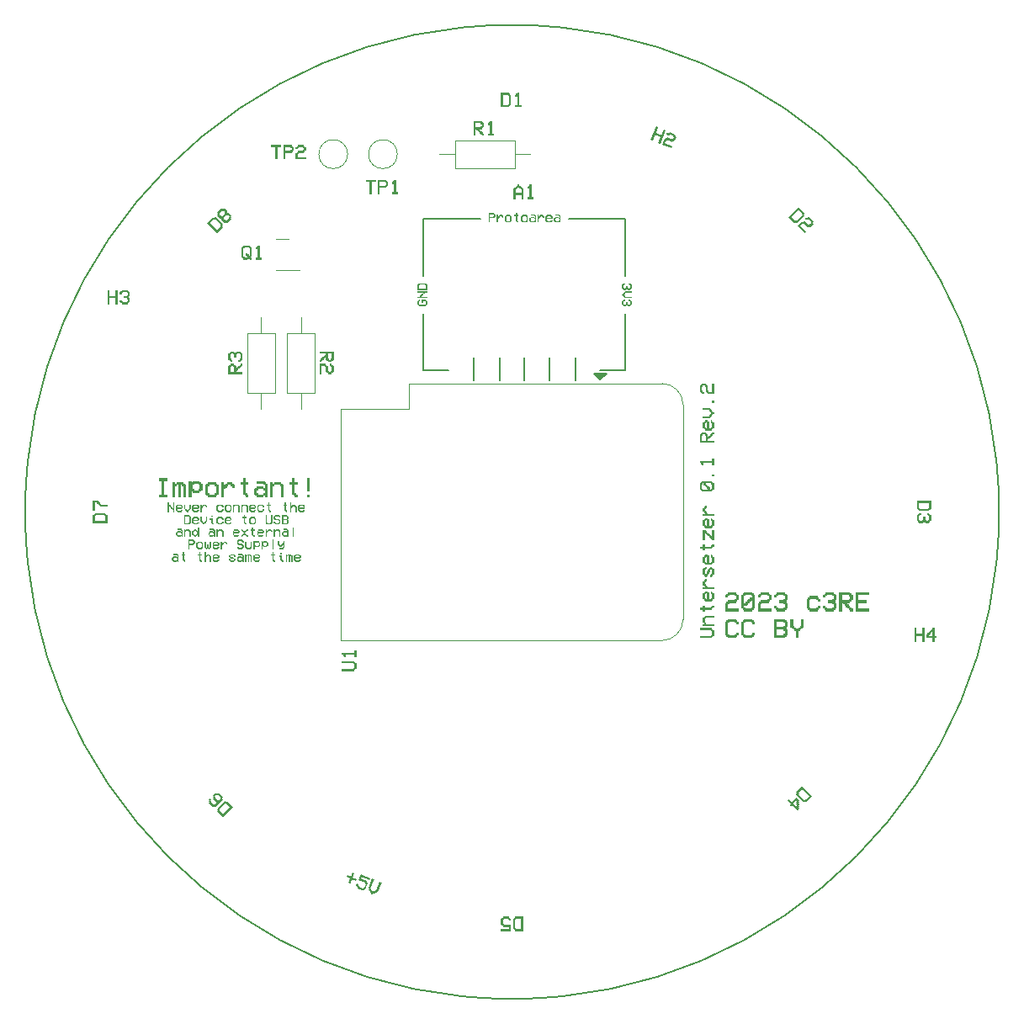
<source format=gbr>
%TF.GenerationSoftware,KiCad,Pcbnew,7.0.5*%
%TF.CreationDate,2024-01-07T17:07:27+01:00*%
%TF.ProjectId,37c3PCBLEDC100R_Rev.2,33376333-5043-4424-9c45-444331303052,rev?*%
%TF.SameCoordinates,Original*%
%TF.FileFunction,Legend,Top*%
%TF.FilePolarity,Positive*%
%FSLAX46Y46*%
G04 Gerber Fmt 4.6, Leading zero omitted, Abs format (unit mm)*
G04 Created by KiCad (PCBNEW 7.0.5) date 2024-01-07 17:07:27*
%MOMM*%
%LPD*%
G01*
G04 APERTURE LIST*
%ADD10C,0.150000*%
%ADD11C,0.100000*%
%ADD12C,0.120000*%
%ADD13C,0.200000*%
G04 APERTURE END LIST*
D10*
X199000102Y-100000000D02*
G75*
G03*
X199000102Y-100000000I-49000102J0D01*
G01*
X148760000Y-84460000D02*
X148760000Y-86800000D01*
X153760000Y-84460000D02*
X153760000Y-86800000D01*
X156360000Y-84460000D02*
X156360000Y-86800000D01*
X151260000Y-84460000D02*
X151260000Y-86800000D01*
X146160000Y-84460000D02*
X146160000Y-86800000D01*
G36*
X117540265Y-100368660D02*
G01*
X117609142Y-100368660D01*
X117609142Y-100439002D01*
X117677774Y-100439002D01*
X117677774Y-101126789D01*
X117609142Y-101126789D01*
X117609142Y-101197131D01*
X117540265Y-101197131D01*
X117540265Y-101267473D01*
X116990719Y-101267473D01*
X116990719Y-100439002D01*
X117128227Y-100439002D01*
X117128227Y-101126789D01*
X117471633Y-101126789D01*
X117471633Y-101057913D01*
X117540265Y-101057913D01*
X117540265Y-100507878D01*
X117471633Y-100507878D01*
X117471633Y-100439002D01*
X117128227Y-100439002D01*
X116990719Y-100439002D01*
X116990719Y-100298318D01*
X117540265Y-100298318D01*
X117540265Y-100368660D01*
G37*
G36*
X118360188Y-100579685D02*
G01*
X118428821Y-100579685D01*
X118428821Y-100642212D01*
X118497453Y-100642212D01*
X118497453Y-100853237D01*
X118428821Y-100853237D01*
X118428821Y-100923579D01*
X117947906Y-100923579D01*
X117947906Y-101048632D01*
X118016539Y-101048632D01*
X118016539Y-101126789D01*
X118291312Y-101123859D01*
X118291312Y-101048632D01*
X118497453Y-101048632D01*
X118497453Y-101126789D01*
X118428821Y-101126789D01*
X118428821Y-101189316D01*
X118360188Y-101189316D01*
X118360188Y-101267473D01*
X117947906Y-101267473D01*
X117947906Y-101189316D01*
X117879274Y-101189316D01*
X117879274Y-101126789D01*
X117810398Y-101123859D01*
X117810398Y-100782896D01*
X117947906Y-100782896D01*
X118359944Y-100782896D01*
X118359944Y-100704738D01*
X118291312Y-100704738D01*
X118291312Y-100642212D01*
X118016539Y-100642212D01*
X118016539Y-100704738D01*
X117947906Y-100704738D01*
X117947906Y-100782896D01*
X117810398Y-100782896D01*
X117810398Y-100642212D01*
X117879274Y-100642212D01*
X117879274Y-100579685D01*
X117947906Y-100579685D01*
X117947906Y-100501528D01*
X118360188Y-100501528D01*
X118360188Y-100579685D01*
G37*
G36*
X118630077Y-100501528D02*
G01*
X118767585Y-100501528D01*
X118767585Y-100923579D01*
X118836218Y-100923579D01*
X118836218Y-100986106D01*
X118904850Y-100986106D01*
X118904850Y-101064263D01*
X119042359Y-101064263D01*
X119042359Y-100986106D01*
X119110991Y-100986106D01*
X119110991Y-100923579D01*
X119179623Y-100923579D01*
X119179623Y-100501528D01*
X119317132Y-100501528D01*
X119317132Y-100986106D01*
X119248500Y-100986106D01*
X119248500Y-101064263D01*
X119179623Y-101064263D01*
X119179623Y-101126789D01*
X119110991Y-101126789D01*
X119110991Y-101189316D01*
X119042359Y-101189316D01*
X119042359Y-101267473D01*
X118904850Y-101267473D01*
X118904850Y-101189316D01*
X118836218Y-101189316D01*
X118836218Y-101126789D01*
X118767585Y-101126789D01*
X118767585Y-101064263D01*
X118698953Y-101064263D01*
X118698953Y-100986106D01*
X118630077Y-100986106D01*
X118630077Y-100501528D01*
G37*
G36*
X119862038Y-100360844D02*
G01*
X119862038Y-100501528D01*
X119724529Y-100501528D01*
X119724529Y-100360844D01*
X119862038Y-100360844D01*
G37*
G36*
X119930670Y-101128499D02*
G01*
X119999302Y-101128499D01*
X119999302Y-101267473D01*
X119862038Y-101267473D01*
X119862038Y-101198353D01*
X119793405Y-101198353D01*
X119793405Y-101128988D01*
X119724529Y-101128988D01*
X119724529Y-100782896D01*
X119587264Y-100782896D01*
X119587264Y-100642212D01*
X119862038Y-100642212D01*
X119862038Y-101059134D01*
X119930670Y-101059134D01*
X119930670Y-101128499D01*
G37*
G36*
X120818981Y-101064263D02*
G01*
X120818981Y-100986106D01*
X120956490Y-100986106D01*
X120956490Y-101126789D01*
X120887858Y-101126789D01*
X120887858Y-101189316D01*
X120818981Y-101189316D01*
X120818981Y-101267473D01*
X120406943Y-101267473D01*
X120406943Y-101189316D01*
X120338311Y-101189316D01*
X120338311Y-101126789D01*
X120269435Y-101126789D01*
X120269435Y-100642212D01*
X120338311Y-100642212D01*
X120338311Y-100579685D01*
X120406943Y-100579685D01*
X120406943Y-100501528D01*
X120818981Y-100501528D01*
X120818981Y-100579685D01*
X120887858Y-100579685D01*
X120887858Y-100642212D01*
X120956490Y-100642212D01*
X120956490Y-100782896D01*
X120818981Y-100782896D01*
X120818981Y-100704738D01*
X120750349Y-100704738D01*
X120750349Y-100642212D01*
X120475576Y-100642212D01*
X120475576Y-100704738D01*
X120406943Y-100704738D01*
X120406943Y-101064263D01*
X120475576Y-101064263D01*
X120475576Y-101126789D01*
X120750349Y-101126789D01*
X120750349Y-101064263D01*
X120818981Y-101064263D01*
G37*
G36*
X121638904Y-100579685D02*
G01*
X121707537Y-100579685D01*
X121707537Y-100642212D01*
X121776169Y-100642212D01*
X121776169Y-100853237D01*
X121707537Y-100853237D01*
X121707537Y-100923579D01*
X121226622Y-100923579D01*
X121226622Y-101048632D01*
X121295255Y-101048632D01*
X121295255Y-101126789D01*
X121570028Y-101123859D01*
X121570028Y-101048632D01*
X121776169Y-101048632D01*
X121776169Y-101126789D01*
X121707537Y-101126789D01*
X121707537Y-101189316D01*
X121638904Y-101189316D01*
X121638904Y-101267473D01*
X121226622Y-101267473D01*
X121226622Y-101189316D01*
X121157990Y-101189316D01*
X121157990Y-101126789D01*
X121089114Y-101123859D01*
X121089114Y-100782896D01*
X121226622Y-100782896D01*
X121638660Y-100782896D01*
X121638660Y-100704738D01*
X121570028Y-100704738D01*
X121570028Y-100642212D01*
X121295255Y-100642212D01*
X121295255Y-100704738D01*
X121226622Y-100704738D01*
X121226622Y-100782896D01*
X121089114Y-100782896D01*
X121089114Y-100642212D01*
X121157990Y-100642212D01*
X121157990Y-100579685D01*
X121226622Y-100579685D01*
X121226622Y-100501528D01*
X121638904Y-100501528D01*
X121638904Y-100579685D01*
G37*
G36*
X123209386Y-101128499D02*
G01*
X123278018Y-101128499D01*
X123278018Y-101267473D01*
X123140754Y-101267473D01*
X123140754Y-101198108D01*
X123072121Y-101198108D01*
X123072121Y-101128499D01*
X123003245Y-101128499D01*
X123003245Y-100642212D01*
X122865980Y-100642212D01*
X122865980Y-100501528D01*
X123003245Y-100501528D01*
X123003245Y-100298318D01*
X123140754Y-100298318D01*
X123140754Y-100501528D01*
X123278018Y-100501528D01*
X123278018Y-100642212D01*
X123140754Y-100642212D01*
X123140754Y-101059134D01*
X123209386Y-101059134D01*
X123209386Y-101128499D01*
G37*
G36*
X124097697Y-100571870D02*
G01*
X124166574Y-100571870D01*
X124166574Y-100642212D01*
X124235206Y-100642212D01*
X124235206Y-101126789D01*
X124166574Y-101126789D01*
X124166574Y-101197131D01*
X124097697Y-101197131D01*
X124097697Y-101267473D01*
X123685659Y-101267473D01*
X123685659Y-101197131D01*
X123617027Y-101197131D01*
X123617027Y-101126789D01*
X123548151Y-101126789D01*
X123548151Y-101064263D01*
X123685659Y-101064263D01*
X123754292Y-101064263D01*
X123754292Y-101126789D01*
X124029065Y-101126789D01*
X124029065Y-101064263D01*
X124097697Y-101064263D01*
X124097697Y-100704738D01*
X124029065Y-100704738D01*
X124029065Y-100642212D01*
X123754292Y-100642212D01*
X123754292Y-100704738D01*
X123685659Y-100704738D01*
X123685659Y-101064263D01*
X123548151Y-101064263D01*
X123548151Y-100642212D01*
X123617027Y-100642212D01*
X123617027Y-100571870D01*
X123685659Y-100571870D01*
X123685659Y-100501528D01*
X124097697Y-100501528D01*
X124097697Y-100571870D01*
G37*
G36*
X125256385Y-101126789D02*
G01*
X125187509Y-101126789D01*
X125187509Y-100298318D01*
X125325017Y-100298318D01*
X125325017Y-101064263D01*
X125393650Y-101064263D01*
X125393650Y-101126789D01*
X125668423Y-101126789D01*
X125668423Y-101064263D01*
X125737055Y-101064263D01*
X125737055Y-100298318D01*
X125874564Y-100298318D01*
X125874564Y-101126789D01*
X125805932Y-101126789D01*
X125805932Y-101197131D01*
X125737055Y-101197131D01*
X125737055Y-101267473D01*
X125325017Y-101267473D01*
X125325017Y-101197131D01*
X125256385Y-101197131D01*
X125256385Y-101126789D01*
G37*
G36*
X126625611Y-100439002D02*
G01*
X126694243Y-100439002D01*
X126694243Y-100579685D01*
X126556734Y-100579685D01*
X126556734Y-100501528D01*
X126488102Y-100501528D01*
X126488102Y-100439002D01*
X126213329Y-100439002D01*
X126213329Y-100501528D01*
X126144696Y-100501528D01*
X126144696Y-100637083D01*
X126213329Y-100637083D01*
X126213329Y-100704738D01*
X126556734Y-100704738D01*
X126556734Y-100775080D01*
X126625611Y-100775080D01*
X126625611Y-100845422D01*
X126694243Y-100845422D01*
X126694243Y-101126789D01*
X126625611Y-101126789D01*
X126625611Y-101189316D01*
X126556734Y-101189316D01*
X126556734Y-101267473D01*
X126144696Y-101267473D01*
X126144696Y-101189316D01*
X126076064Y-101189316D01*
X126076064Y-101126789D01*
X126007188Y-101126789D01*
X126007188Y-100986106D01*
X126144696Y-100986106D01*
X126144696Y-101064263D01*
X126213329Y-101064263D01*
X126213329Y-101126789D01*
X126488102Y-101126789D01*
X126488102Y-101064263D01*
X126556734Y-101064263D01*
X126556734Y-100918450D01*
X126488102Y-100918450D01*
X126488102Y-100845422D01*
X126144696Y-100845422D01*
X126144696Y-100775080D01*
X126076064Y-100775080D01*
X126076064Y-100704738D01*
X126007188Y-100704738D01*
X126007188Y-100439002D01*
X126076064Y-100439002D01*
X126076064Y-100376475D01*
X126144696Y-100376475D01*
X126144696Y-100298318D01*
X126556734Y-100298318D01*
X126556734Y-100376475D01*
X126625611Y-100376475D01*
X126625611Y-100439002D01*
G37*
G36*
X127376413Y-100368660D02*
G01*
X127445290Y-100368660D01*
X127445290Y-100439002D01*
X127513922Y-100439002D01*
X127513922Y-100704738D01*
X127445290Y-100704738D01*
X127445290Y-100845422D01*
X127513922Y-100845422D01*
X127513922Y-101126789D01*
X127445290Y-101126789D01*
X127445290Y-101197131D01*
X127376413Y-101197131D01*
X127376413Y-101267473D01*
X126826867Y-101267473D01*
X126826867Y-100845422D01*
X126964375Y-100845422D01*
X126964375Y-101126789D01*
X127307781Y-101126789D01*
X127307781Y-101056448D01*
X127376413Y-101056448D01*
X127376413Y-100915764D01*
X127307781Y-100915764D01*
X127307781Y-100845422D01*
X126964375Y-100845422D01*
X126826867Y-100845422D01*
X126826867Y-100439002D01*
X126964375Y-100439002D01*
X126964375Y-100704738D01*
X127307781Y-100704738D01*
X127307781Y-100638304D01*
X127376413Y-100638304D01*
X127376413Y-100505436D01*
X127307781Y-100505436D01*
X127307781Y-100439002D01*
X126964375Y-100439002D01*
X126826867Y-100439002D01*
X126826867Y-100298318D01*
X127376413Y-100298318D01*
X127376413Y-100368660D01*
G37*
G36*
X117950105Y-102868660D02*
G01*
X118018982Y-102868660D01*
X118018982Y-102939002D01*
X118087614Y-102939002D01*
X118087614Y-103204738D01*
X118018982Y-103204738D01*
X118018982Y-103275080D01*
X117950105Y-103275080D01*
X117950105Y-103345422D01*
X117538067Y-103345422D01*
X117538067Y-103767473D01*
X117400559Y-103767473D01*
X117400559Y-102939002D01*
X117538067Y-102939002D01*
X117538067Y-103204738D01*
X117881473Y-103204738D01*
X117881473Y-103138304D01*
X117950105Y-103138304D01*
X117950105Y-103005436D01*
X117881473Y-103005436D01*
X117881473Y-102939002D01*
X117538067Y-102939002D01*
X117400559Y-102939002D01*
X117400559Y-102798318D01*
X117950105Y-102798318D01*
X117950105Y-102868660D01*
G37*
G36*
X118769784Y-103071870D02*
G01*
X118838661Y-103071870D01*
X118838661Y-103142212D01*
X118907293Y-103142212D01*
X118907293Y-103626789D01*
X118838661Y-103626789D01*
X118838661Y-103697131D01*
X118769784Y-103697131D01*
X118769784Y-103767473D01*
X118357746Y-103767473D01*
X118357746Y-103697131D01*
X118289114Y-103697131D01*
X118289114Y-103626789D01*
X118220238Y-103626789D01*
X118220238Y-103564263D01*
X118357746Y-103564263D01*
X118426379Y-103564263D01*
X118426379Y-103626789D01*
X118701152Y-103626789D01*
X118701152Y-103564263D01*
X118769784Y-103564263D01*
X118769784Y-103204738D01*
X118701152Y-103204738D01*
X118701152Y-103142212D01*
X118426379Y-103142212D01*
X118426379Y-103204738D01*
X118357746Y-103204738D01*
X118357746Y-103564263D01*
X118220238Y-103564263D01*
X118220238Y-103142212D01*
X118289114Y-103142212D01*
X118289114Y-103071870D01*
X118357746Y-103071870D01*
X118357746Y-103001528D01*
X118769784Y-103001528D01*
X118769784Y-103071870D01*
G37*
G36*
X119039917Y-103001528D02*
G01*
X119177425Y-103001528D01*
X119177425Y-103564263D01*
X119246058Y-103564263D01*
X119246058Y-103626789D01*
X119314690Y-103626789D01*
X119314690Y-103283384D01*
X119452199Y-103283384D01*
X119452199Y-103626789D01*
X119520831Y-103626789D01*
X119520831Y-103564263D01*
X119589463Y-103564263D01*
X119589463Y-103001528D01*
X119726972Y-103001528D01*
X119726972Y-103626789D01*
X119658340Y-103626789D01*
X119658340Y-103697131D01*
X119589463Y-103697131D01*
X119589463Y-103767473D01*
X119452199Y-103767473D01*
X119452199Y-103698597D01*
X119314690Y-103698597D01*
X119314690Y-103767473D01*
X119177425Y-103767473D01*
X119177425Y-103697131D01*
X119108793Y-103697131D01*
X119108793Y-103626789D01*
X119039917Y-103626789D01*
X119039917Y-103001528D01*
G37*
G36*
X120409386Y-103079685D02*
G01*
X120478019Y-103079685D01*
X120478019Y-103142212D01*
X120546651Y-103142212D01*
X120546651Y-103353237D01*
X120478019Y-103353237D01*
X120478019Y-103423579D01*
X119997104Y-103423579D01*
X119997104Y-103548632D01*
X120065737Y-103548632D01*
X120065737Y-103626789D01*
X120340510Y-103623859D01*
X120340510Y-103548632D01*
X120546651Y-103548632D01*
X120546651Y-103626789D01*
X120478019Y-103626789D01*
X120478019Y-103689316D01*
X120409386Y-103689316D01*
X120409386Y-103767473D01*
X119997104Y-103767473D01*
X119997104Y-103689316D01*
X119928472Y-103689316D01*
X119928472Y-103626789D01*
X119859596Y-103623859D01*
X119859596Y-103282896D01*
X119997104Y-103282896D01*
X120409142Y-103282896D01*
X120409142Y-103204738D01*
X120340510Y-103204738D01*
X120340510Y-103142212D01*
X120065737Y-103142212D01*
X120065737Y-103204738D01*
X119997104Y-103204738D01*
X119997104Y-103282896D01*
X119859596Y-103282896D01*
X119859596Y-103142212D01*
X119928472Y-103142212D01*
X119928472Y-103079685D01*
X119997104Y-103079685D01*
X119997104Y-103001528D01*
X120409386Y-103001528D01*
X120409386Y-103079685D01*
G37*
G36*
X120816783Y-103352016D02*
G01*
X120816783Y-103767473D01*
X120679275Y-103767473D01*
X120679275Y-103001528D01*
X120816783Y-103001528D01*
X120816783Y-103142212D01*
X120885416Y-103142212D01*
X120885416Y-103079685D01*
X120954048Y-103079685D01*
X120954048Y-103001528D01*
X121228821Y-103001528D01*
X121228821Y-103079685D01*
X121297698Y-103079685D01*
X121297698Y-103142212D01*
X121366330Y-103142212D01*
X121366330Y-103282896D01*
X121228821Y-103282896D01*
X121228821Y-103204738D01*
X121160189Y-103204738D01*
X121160189Y-103142212D01*
X121022924Y-103142212D01*
X121022924Y-103204738D01*
X120954048Y-103204738D01*
X120954048Y-103282896D01*
X120885416Y-103282896D01*
X120885416Y-103352016D01*
X120816783Y-103352016D01*
G37*
G36*
X122937056Y-102939002D02*
G01*
X123005688Y-102939002D01*
X123005688Y-103079685D01*
X122868179Y-103079685D01*
X122868179Y-103001528D01*
X122799547Y-103001528D01*
X122799547Y-102939002D01*
X122524774Y-102939002D01*
X122524774Y-103001528D01*
X122456141Y-103001528D01*
X122456141Y-103137083D01*
X122524774Y-103137083D01*
X122524774Y-103204738D01*
X122868179Y-103204738D01*
X122868179Y-103275080D01*
X122937056Y-103275080D01*
X122937056Y-103345422D01*
X123005688Y-103345422D01*
X123005688Y-103626789D01*
X122937056Y-103626789D01*
X122937056Y-103689316D01*
X122868179Y-103689316D01*
X122868179Y-103767473D01*
X122456141Y-103767473D01*
X122456141Y-103689316D01*
X122387509Y-103689316D01*
X122387509Y-103626789D01*
X122318633Y-103626789D01*
X122318633Y-103486106D01*
X122456141Y-103486106D01*
X122456141Y-103564263D01*
X122524774Y-103564263D01*
X122524774Y-103626789D01*
X122799547Y-103626789D01*
X122799547Y-103564263D01*
X122868179Y-103564263D01*
X122868179Y-103418450D01*
X122799547Y-103418450D01*
X122799547Y-103345422D01*
X122456141Y-103345422D01*
X122456141Y-103275080D01*
X122387509Y-103275080D01*
X122387509Y-103204738D01*
X122318633Y-103204738D01*
X122318633Y-102939002D01*
X122387509Y-102939002D01*
X122387509Y-102876475D01*
X122456141Y-102876475D01*
X122456141Y-102798318D01*
X122868179Y-102798318D01*
X122868179Y-102876475D01*
X122937056Y-102876475D01*
X122937056Y-102939002D01*
G37*
G36*
X123138312Y-103001528D02*
G01*
X123275820Y-103001528D01*
X123275820Y-103564263D01*
X123344453Y-103564263D01*
X123344453Y-103626789D01*
X123619226Y-103626789D01*
X123619226Y-103564263D01*
X123687858Y-103564263D01*
X123687858Y-103001528D01*
X123825367Y-103001528D01*
X123825367Y-103626789D01*
X123756735Y-103626789D01*
X123756735Y-103697131D01*
X123687858Y-103697131D01*
X123687858Y-103767473D01*
X123275820Y-103767473D01*
X123275820Y-103697131D01*
X123207188Y-103697131D01*
X123207188Y-103626789D01*
X123138312Y-103626789D01*
X123138312Y-103001528D01*
G37*
G36*
X124095499Y-103007634D02*
G01*
X124164132Y-103007634D01*
X124164132Y-102939002D01*
X124507537Y-102939002D01*
X124507537Y-103009344D01*
X124576414Y-103009344D01*
X124576414Y-103079685D01*
X124645046Y-103079685D01*
X124645046Y-103407948D01*
X124576414Y-103407948D01*
X124576414Y-103478290D01*
X124507537Y-103478290D01*
X124507537Y-103548632D01*
X124164132Y-103548632D01*
X124164132Y-103480000D01*
X124095499Y-103480000D01*
X124095499Y-103767473D01*
X123957991Y-103767473D01*
X123957991Y-103345422D01*
X124164132Y-103345422D01*
X124232764Y-103345422D01*
X124232764Y-103407948D01*
X124438905Y-103407948D01*
X124438905Y-103345422D01*
X124507537Y-103345422D01*
X124507537Y-103142212D01*
X124438905Y-103142212D01*
X124438905Y-103079685D01*
X124232764Y-103079685D01*
X124232764Y-103142212D01*
X124164132Y-103142212D01*
X124164132Y-103345422D01*
X123957991Y-103345422D01*
X123957991Y-102939002D01*
X124095499Y-102939002D01*
X124095499Y-103007634D01*
G37*
G36*
X124915178Y-103007634D02*
G01*
X124983811Y-103007634D01*
X124983811Y-102939002D01*
X125327216Y-102939002D01*
X125327216Y-103009344D01*
X125396093Y-103009344D01*
X125396093Y-103079685D01*
X125464725Y-103079685D01*
X125464725Y-103407948D01*
X125396093Y-103407948D01*
X125396093Y-103478290D01*
X125327216Y-103478290D01*
X125327216Y-103548632D01*
X124983811Y-103548632D01*
X124983811Y-103480000D01*
X124915178Y-103480000D01*
X124915178Y-103767473D01*
X124777670Y-103767473D01*
X124777670Y-103345422D01*
X124983811Y-103345422D01*
X125052443Y-103345422D01*
X125052443Y-103407948D01*
X125258584Y-103407948D01*
X125258584Y-103345422D01*
X125327216Y-103345422D01*
X125327216Y-103142212D01*
X125258584Y-103142212D01*
X125258584Y-103079685D01*
X125052443Y-103079685D01*
X125052443Y-103142212D01*
X124983811Y-103142212D01*
X124983811Y-103345422D01*
X124777670Y-103345422D01*
X124777670Y-102939002D01*
X124915178Y-102939002D01*
X124915178Y-103007634D01*
G37*
G36*
X126009631Y-102798318D02*
G01*
X126009631Y-103767473D01*
X125872122Y-103767473D01*
X125872122Y-102798318D01*
X126009631Y-102798318D01*
G37*
G36*
X126554536Y-103767473D02*
G01*
X126554536Y-103626789D01*
X126897942Y-103626789D01*
X126897942Y-103556448D01*
X126966574Y-103556448D01*
X126966574Y-103345422D01*
X126897942Y-103345422D01*
X126897942Y-103415764D01*
X126829310Y-103415764D01*
X126829310Y-103486106D01*
X126554536Y-103486106D01*
X126554536Y-103415764D01*
X126485904Y-103415764D01*
X126485904Y-103345422D01*
X126417028Y-103345422D01*
X126417028Y-102939002D01*
X126554536Y-102939002D01*
X126554536Y-103282896D01*
X126623169Y-103282896D01*
X126623169Y-103345422D01*
X126760677Y-103345422D01*
X126760677Y-103282896D01*
X126829310Y-103282896D01*
X126829310Y-103214019D01*
X126897942Y-103214019D01*
X126897942Y-103076510D01*
X126966574Y-103076510D01*
X126966574Y-102939002D01*
X127104083Y-102939002D01*
X127104083Y-103626789D01*
X127035451Y-103626789D01*
X127035451Y-103697131D01*
X126966574Y-103697131D01*
X126966574Y-103767473D01*
X126554536Y-103767473D01*
G37*
G36*
X116720586Y-101759344D02*
G01*
X116789463Y-101759344D01*
X116789463Y-101829685D01*
X116858095Y-101829685D01*
X116858095Y-102517473D01*
X116720586Y-102517473D01*
X116720586Y-102439316D01*
X116651954Y-102439316D01*
X116651954Y-102517473D01*
X116308548Y-102517473D01*
X116308548Y-102439316D01*
X116239916Y-102439316D01*
X116239916Y-102376789D01*
X116171040Y-102376789D01*
X116171040Y-102298632D01*
X116308548Y-102298632D01*
X116377181Y-102298632D01*
X116377181Y-102376789D01*
X116651954Y-102376789D01*
X116651954Y-102298632D01*
X116720586Y-102298632D01*
X116720586Y-102173579D01*
X116651954Y-102173579D01*
X116651954Y-102095422D01*
X116377181Y-102095422D01*
X116377181Y-102173579D01*
X116308548Y-102173579D01*
X116308548Y-102298632D01*
X116171040Y-102298632D01*
X116171040Y-102095422D01*
X116239916Y-102095422D01*
X116239916Y-102032896D01*
X116308548Y-102032896D01*
X116308548Y-101954738D01*
X116651954Y-101954738D01*
X116651954Y-102032896D01*
X116720586Y-102032896D01*
X116720586Y-101897341D01*
X116651954Y-101897341D01*
X116651954Y-101829685D01*
X116308548Y-101829685D01*
X116308548Y-101689002D01*
X116720586Y-101689002D01*
X116720586Y-101759344D01*
G37*
G36*
X117128227Y-101970369D02*
G01*
X117128227Y-102517473D01*
X116990719Y-102517473D01*
X116990719Y-101751528D01*
X117128227Y-101751528D01*
X117128227Y-101829685D01*
X117196860Y-101829685D01*
X117196860Y-101751528D01*
X117540265Y-101751528D01*
X117540265Y-101829685D01*
X117609142Y-101829685D01*
X117609142Y-101892212D01*
X117677774Y-101892212D01*
X117677774Y-102517473D01*
X117540265Y-102517473D01*
X117540265Y-101970369D01*
X117471633Y-101970369D01*
X117471633Y-101892212D01*
X117196860Y-101892212D01*
X117196860Y-101970369D01*
X117128227Y-101970369D01*
G37*
G36*
X118497453Y-102517473D02*
G01*
X118359944Y-102517473D01*
X118359944Y-102370683D01*
X118291312Y-102370683D01*
X118291312Y-102439316D01*
X118222680Y-102439316D01*
X118222680Y-102517473D01*
X118016539Y-102517473D01*
X118016539Y-102439316D01*
X117947906Y-102439316D01*
X117947906Y-102376789D01*
X117879274Y-102376789D01*
X117879274Y-102314263D01*
X117810398Y-102314263D01*
X117810398Y-102236106D01*
X117947906Y-102236106D01*
X118016539Y-102236106D01*
X118016539Y-102314263D01*
X118085171Y-102314263D01*
X118085171Y-102382896D01*
X118154047Y-102382896D01*
X118154047Y-102314263D01*
X118222680Y-102314263D01*
X118222680Y-102236106D01*
X118291312Y-102236106D01*
X118291312Y-102032896D01*
X118222680Y-102032896D01*
X118222680Y-101954738D01*
X118154047Y-101954738D01*
X118154047Y-101885861D01*
X118085171Y-101885861D01*
X118085171Y-101954738D01*
X118016539Y-101954738D01*
X118016539Y-102032896D01*
X117947906Y-102032896D01*
X117947906Y-102236106D01*
X117810398Y-102236106D01*
X117810398Y-101954738D01*
X117879274Y-101954738D01*
X117879274Y-101892212D01*
X117947906Y-101892212D01*
X117947906Y-101829685D01*
X118016539Y-101829685D01*
X118016539Y-101751528D01*
X118222680Y-101751528D01*
X118222680Y-101829685D01*
X118291312Y-101829685D01*
X118291312Y-101898318D01*
X118359944Y-101898318D01*
X118359944Y-101548318D01*
X118497453Y-101548318D01*
X118497453Y-102517473D01*
G37*
G36*
X119999302Y-101759344D02*
G01*
X120068179Y-101759344D01*
X120068179Y-101829685D01*
X120136811Y-101829685D01*
X120136811Y-102517473D01*
X119999302Y-102517473D01*
X119999302Y-102439316D01*
X119930670Y-102439316D01*
X119930670Y-102517473D01*
X119587264Y-102517473D01*
X119587264Y-102439316D01*
X119518632Y-102439316D01*
X119518632Y-102376789D01*
X119449756Y-102376789D01*
X119449756Y-102298632D01*
X119587264Y-102298632D01*
X119655897Y-102298632D01*
X119655897Y-102376789D01*
X119930670Y-102376789D01*
X119930670Y-102298632D01*
X119999302Y-102298632D01*
X119999302Y-102173579D01*
X119930670Y-102173579D01*
X119930670Y-102095422D01*
X119655897Y-102095422D01*
X119655897Y-102173579D01*
X119587264Y-102173579D01*
X119587264Y-102298632D01*
X119449756Y-102298632D01*
X119449756Y-102095422D01*
X119518632Y-102095422D01*
X119518632Y-102032896D01*
X119587264Y-102032896D01*
X119587264Y-101954738D01*
X119930670Y-101954738D01*
X119930670Y-102032896D01*
X119999302Y-102032896D01*
X119999302Y-101897341D01*
X119930670Y-101897341D01*
X119930670Y-101829685D01*
X119587264Y-101829685D01*
X119587264Y-101689002D01*
X119999302Y-101689002D01*
X119999302Y-101759344D01*
G37*
G36*
X120406943Y-101970369D02*
G01*
X120406943Y-102517473D01*
X120269435Y-102517473D01*
X120269435Y-101751528D01*
X120406943Y-101751528D01*
X120406943Y-101829685D01*
X120475576Y-101829685D01*
X120475576Y-101751528D01*
X120818981Y-101751528D01*
X120818981Y-101829685D01*
X120887858Y-101829685D01*
X120887858Y-101892212D01*
X120956490Y-101892212D01*
X120956490Y-102517473D01*
X120818981Y-102517473D01*
X120818981Y-101970369D01*
X120750349Y-101970369D01*
X120750349Y-101892212D01*
X120475576Y-101892212D01*
X120475576Y-101970369D01*
X120406943Y-101970369D01*
G37*
G36*
X122458583Y-101829685D02*
G01*
X122527216Y-101829685D01*
X122527216Y-101892212D01*
X122595848Y-101892212D01*
X122595848Y-102103237D01*
X122527216Y-102103237D01*
X122527216Y-102173579D01*
X122046301Y-102173579D01*
X122046301Y-102298632D01*
X122114934Y-102298632D01*
X122114934Y-102376789D01*
X122389707Y-102373859D01*
X122389707Y-102298632D01*
X122595848Y-102298632D01*
X122595848Y-102376789D01*
X122527216Y-102376789D01*
X122527216Y-102439316D01*
X122458583Y-102439316D01*
X122458583Y-102517473D01*
X122046301Y-102517473D01*
X122046301Y-102439316D01*
X121977669Y-102439316D01*
X121977669Y-102376789D01*
X121908793Y-102373859D01*
X121908793Y-102032896D01*
X122046301Y-102032896D01*
X122458339Y-102032896D01*
X122458339Y-101954738D01*
X122389707Y-101954738D01*
X122389707Y-101892212D01*
X122114934Y-101892212D01*
X122114934Y-101954738D01*
X122046301Y-101954738D01*
X122046301Y-102032896D01*
X121908793Y-102032896D01*
X121908793Y-101892212D01*
X121977669Y-101892212D01*
X121977669Y-101829685D01*
X122046301Y-101829685D01*
X122046301Y-101751528D01*
X122458583Y-101751528D01*
X122458583Y-101829685D01*
G37*
G36*
X122865980Y-102439316D02*
G01*
X122865980Y-102517473D01*
X122728472Y-102517473D01*
X122728472Y-102376789D01*
X122797348Y-102376789D01*
X122797348Y-102298632D01*
X122865980Y-102314263D01*
X122865980Y-102236106D01*
X122934613Y-102236106D01*
X122934613Y-102173579D01*
X123003245Y-102173579D01*
X123003245Y-102095422D01*
X122934613Y-102095422D01*
X122934613Y-102032896D01*
X122865980Y-102032896D01*
X122865980Y-101954738D01*
X122797348Y-101954738D01*
X122797348Y-101892212D01*
X122728472Y-101892212D01*
X122728472Y-101751528D01*
X122865980Y-101751528D01*
X122865980Y-101829685D01*
X122934613Y-101829685D01*
X122934613Y-101892212D01*
X123003245Y-101892212D01*
X123003245Y-101954738D01*
X123140754Y-101954738D01*
X123140754Y-101892212D01*
X123209386Y-101892212D01*
X123209386Y-101829685D01*
X123278018Y-101829685D01*
X123278018Y-101751528D01*
X123415527Y-101755680D01*
X123415527Y-101892212D01*
X123346895Y-101892212D01*
X123346895Y-101954738D01*
X123278018Y-101954738D01*
X123278018Y-102032896D01*
X123209386Y-102032896D01*
X123209386Y-102095422D01*
X123140754Y-102095422D01*
X123140754Y-102173579D01*
X123209386Y-102173579D01*
X123209386Y-102236106D01*
X123278018Y-102236106D01*
X123278018Y-102314263D01*
X123346895Y-102298632D01*
X123346895Y-102376789D01*
X123415527Y-102376789D01*
X123415527Y-102517473D01*
X123278018Y-102517473D01*
X123278018Y-102439316D01*
X123209386Y-102439316D01*
X123209386Y-102376789D01*
X123140754Y-102376789D01*
X123140754Y-102314263D01*
X123003245Y-102298632D01*
X123003245Y-102376789D01*
X122934613Y-102376789D01*
X122934613Y-102439316D01*
X122865980Y-102439316D01*
G37*
G36*
X124029065Y-102378499D02*
G01*
X124097697Y-102378499D01*
X124097697Y-102517473D01*
X123960433Y-102517473D01*
X123960433Y-102448108D01*
X123891800Y-102448108D01*
X123891800Y-102378499D01*
X123822924Y-102378499D01*
X123822924Y-101892212D01*
X123685659Y-101892212D01*
X123685659Y-101751528D01*
X123822924Y-101751528D01*
X123822924Y-101548318D01*
X123960433Y-101548318D01*
X123960433Y-101751528D01*
X124097697Y-101751528D01*
X124097697Y-101892212D01*
X123960433Y-101892212D01*
X123960433Y-102309134D01*
X124029065Y-102309134D01*
X124029065Y-102378499D01*
G37*
G36*
X124917620Y-101829685D02*
G01*
X124986253Y-101829685D01*
X124986253Y-101892212D01*
X125054885Y-101892212D01*
X125054885Y-102103237D01*
X124986253Y-102103237D01*
X124986253Y-102173579D01*
X124505338Y-102173579D01*
X124505338Y-102298632D01*
X124573971Y-102298632D01*
X124573971Y-102376789D01*
X124848744Y-102373859D01*
X124848744Y-102298632D01*
X125054885Y-102298632D01*
X125054885Y-102376789D01*
X124986253Y-102376789D01*
X124986253Y-102439316D01*
X124917620Y-102439316D01*
X124917620Y-102517473D01*
X124505338Y-102517473D01*
X124505338Y-102439316D01*
X124436706Y-102439316D01*
X124436706Y-102376789D01*
X124367830Y-102373859D01*
X124367830Y-102032896D01*
X124505338Y-102032896D01*
X124917376Y-102032896D01*
X124917376Y-101954738D01*
X124848744Y-101954738D01*
X124848744Y-101892212D01*
X124573971Y-101892212D01*
X124573971Y-101954738D01*
X124505338Y-101954738D01*
X124505338Y-102032896D01*
X124367830Y-102032896D01*
X124367830Y-101892212D01*
X124436706Y-101892212D01*
X124436706Y-101829685D01*
X124505338Y-101829685D01*
X124505338Y-101751528D01*
X124917620Y-101751528D01*
X124917620Y-101829685D01*
G37*
G36*
X125325017Y-102102016D02*
G01*
X125325017Y-102517473D01*
X125187509Y-102517473D01*
X125187509Y-101751528D01*
X125325017Y-101751528D01*
X125325017Y-101892212D01*
X125393650Y-101892212D01*
X125393650Y-101829685D01*
X125462282Y-101829685D01*
X125462282Y-101751528D01*
X125737055Y-101751528D01*
X125737055Y-101829685D01*
X125805932Y-101829685D01*
X125805932Y-101892212D01*
X125874564Y-101892212D01*
X125874564Y-102032896D01*
X125737055Y-102032896D01*
X125737055Y-101954738D01*
X125668423Y-101954738D01*
X125668423Y-101892212D01*
X125531158Y-101892212D01*
X125531158Y-101954738D01*
X125462282Y-101954738D01*
X125462282Y-102032896D01*
X125393650Y-102032896D01*
X125393650Y-102102016D01*
X125325017Y-102102016D01*
G37*
G36*
X126144696Y-101970369D02*
G01*
X126144696Y-102517473D01*
X126007188Y-102517473D01*
X126007188Y-101751528D01*
X126144696Y-101751528D01*
X126144696Y-101829685D01*
X126213329Y-101829685D01*
X126213329Y-101751528D01*
X126556734Y-101751528D01*
X126556734Y-101829685D01*
X126625611Y-101829685D01*
X126625611Y-101892212D01*
X126694243Y-101892212D01*
X126694243Y-102517473D01*
X126556734Y-102517473D01*
X126556734Y-101970369D01*
X126488102Y-101970369D01*
X126488102Y-101892212D01*
X126213329Y-101892212D01*
X126213329Y-101970369D01*
X126144696Y-101970369D01*
G37*
G36*
X127376413Y-101759344D02*
G01*
X127445290Y-101759344D01*
X127445290Y-101829685D01*
X127513922Y-101829685D01*
X127513922Y-102517473D01*
X127376413Y-102517473D01*
X127376413Y-102439316D01*
X127307781Y-102439316D01*
X127307781Y-102517473D01*
X126964375Y-102517473D01*
X126964375Y-102439316D01*
X126895743Y-102439316D01*
X126895743Y-102376789D01*
X126826867Y-102376789D01*
X126826867Y-102298632D01*
X126964375Y-102298632D01*
X127033008Y-102298632D01*
X127033008Y-102376789D01*
X127307781Y-102376789D01*
X127307781Y-102298632D01*
X127376413Y-102298632D01*
X127376413Y-102173579D01*
X127307781Y-102173579D01*
X127307781Y-102095422D01*
X127033008Y-102095422D01*
X127033008Y-102173579D01*
X126964375Y-102173579D01*
X126964375Y-102298632D01*
X126826867Y-102298632D01*
X126826867Y-102095422D01*
X126895743Y-102095422D01*
X126895743Y-102032896D01*
X126964375Y-102032896D01*
X126964375Y-101954738D01*
X127307781Y-101954738D01*
X127307781Y-102032896D01*
X127376413Y-102032896D01*
X127376413Y-101897341D01*
X127307781Y-101897341D01*
X127307781Y-101829685D01*
X126964375Y-101829685D01*
X126964375Y-101689002D01*
X127376413Y-101689002D01*
X127376413Y-101759344D01*
G37*
G36*
X128058828Y-101548318D02*
G01*
X128058828Y-102517473D01*
X127921319Y-102517473D01*
X127921319Y-101548318D01*
X128058828Y-101548318D01*
G37*
G36*
X116310747Y-104259344D02*
G01*
X116379624Y-104259344D01*
X116379624Y-104329685D01*
X116448256Y-104329685D01*
X116448256Y-105017473D01*
X116310747Y-105017473D01*
X116310747Y-104939316D01*
X116242115Y-104939316D01*
X116242115Y-105017473D01*
X115898709Y-105017473D01*
X115898709Y-104939316D01*
X115830077Y-104939316D01*
X115830077Y-104876789D01*
X115761201Y-104876789D01*
X115761201Y-104798632D01*
X115898709Y-104798632D01*
X115967342Y-104798632D01*
X115967342Y-104876789D01*
X116242115Y-104876789D01*
X116242115Y-104798632D01*
X116310747Y-104798632D01*
X116310747Y-104673579D01*
X116242115Y-104673579D01*
X116242115Y-104595422D01*
X115967342Y-104595422D01*
X115967342Y-104673579D01*
X115898709Y-104673579D01*
X115898709Y-104798632D01*
X115761201Y-104798632D01*
X115761201Y-104595422D01*
X115830077Y-104595422D01*
X115830077Y-104532896D01*
X115898709Y-104532896D01*
X115898709Y-104454738D01*
X116242115Y-104454738D01*
X116242115Y-104532896D01*
X116310747Y-104532896D01*
X116310747Y-104397341D01*
X116242115Y-104397341D01*
X116242115Y-104329685D01*
X115898709Y-104329685D01*
X115898709Y-104189002D01*
X116310747Y-104189002D01*
X116310747Y-104259344D01*
G37*
G36*
X117061794Y-104878499D02*
G01*
X117130426Y-104878499D01*
X117130426Y-105017473D01*
X116993162Y-105017473D01*
X116993162Y-104948108D01*
X116924529Y-104948108D01*
X116924529Y-104878499D01*
X116855653Y-104878499D01*
X116855653Y-104392212D01*
X116718388Y-104392212D01*
X116718388Y-104251528D01*
X116855653Y-104251528D01*
X116855653Y-104048318D01*
X116993162Y-104048318D01*
X116993162Y-104251528D01*
X117130426Y-104251528D01*
X117130426Y-104392212D01*
X116993162Y-104392212D01*
X116993162Y-104809134D01*
X117061794Y-104809134D01*
X117061794Y-104878499D01*
G37*
G36*
X118701152Y-104878499D02*
G01*
X118769784Y-104878499D01*
X118769784Y-105017473D01*
X118632520Y-105017473D01*
X118632520Y-104948108D01*
X118563887Y-104948108D01*
X118563887Y-104878499D01*
X118495011Y-104878499D01*
X118495011Y-104392212D01*
X118357746Y-104392212D01*
X118357746Y-104251528D01*
X118495011Y-104251528D01*
X118495011Y-104048318D01*
X118632520Y-104048318D01*
X118632520Y-104251528D01*
X118769784Y-104251528D01*
X118769784Y-104392212D01*
X118632520Y-104392212D01*
X118632520Y-104809134D01*
X118701152Y-104809134D01*
X118701152Y-104878499D01*
G37*
G36*
X119177425Y-104602016D02*
G01*
X119177425Y-105017473D01*
X119039917Y-105017473D01*
X119039917Y-104048318D01*
X119177425Y-104048318D01*
X119177425Y-104398318D01*
X119246058Y-104398318D01*
X119246058Y-104329685D01*
X119314690Y-104329685D01*
X119314690Y-104251528D01*
X119520831Y-104251528D01*
X119520831Y-104329685D01*
X119589463Y-104329685D01*
X119589463Y-104392212D01*
X119658340Y-104392212D01*
X119658340Y-104454738D01*
X119726972Y-104454738D01*
X119726972Y-105017473D01*
X119589463Y-105017473D01*
X119589463Y-104532896D01*
X119520831Y-104532896D01*
X119520831Y-104454738D01*
X119452199Y-104454738D01*
X119452199Y-104385861D01*
X119383322Y-104385861D01*
X119383322Y-104454738D01*
X119314690Y-104454738D01*
X119314690Y-104532896D01*
X119246058Y-104532896D01*
X119246058Y-104602016D01*
X119177425Y-104602016D01*
G37*
G36*
X120409386Y-104329685D02*
G01*
X120478019Y-104329685D01*
X120478019Y-104392212D01*
X120546651Y-104392212D01*
X120546651Y-104603237D01*
X120478019Y-104603237D01*
X120478019Y-104673579D01*
X119997104Y-104673579D01*
X119997104Y-104798632D01*
X120065737Y-104798632D01*
X120065737Y-104876789D01*
X120340510Y-104873859D01*
X120340510Y-104798632D01*
X120546651Y-104798632D01*
X120546651Y-104876789D01*
X120478019Y-104876789D01*
X120478019Y-104939316D01*
X120409386Y-104939316D01*
X120409386Y-105017473D01*
X119997104Y-105017473D01*
X119997104Y-104939316D01*
X119928472Y-104939316D01*
X119928472Y-104876789D01*
X119859596Y-104873859D01*
X119859596Y-104532896D01*
X119997104Y-104532896D01*
X120409142Y-104532896D01*
X120409142Y-104454738D01*
X120340510Y-104454738D01*
X120340510Y-104392212D01*
X120065737Y-104392212D01*
X120065737Y-104454738D01*
X119997104Y-104454738D01*
X119997104Y-104532896D01*
X119859596Y-104532896D01*
X119859596Y-104392212D01*
X119928472Y-104392212D01*
X119928472Y-104329685D01*
X119997104Y-104329685D01*
X119997104Y-104251528D01*
X120409386Y-104251528D01*
X120409386Y-104329685D01*
G37*
G36*
X121567586Y-104876789D02*
G01*
X121498954Y-104876789D01*
X121498954Y-104736106D01*
X121636462Y-104736106D01*
X121636462Y-104806448D01*
X121705095Y-104806448D01*
X121705095Y-104876789D01*
X121979868Y-104876789D01*
X121979868Y-104736106D01*
X121842603Y-104736106D01*
X121842603Y-104673579D01*
X121705095Y-104673579D01*
X121705095Y-104611053D01*
X121567586Y-104595422D01*
X121567586Y-104532896D01*
X121498954Y-104532896D01*
X121498954Y-104392212D01*
X121567586Y-104392212D01*
X121567586Y-104329685D01*
X121636462Y-104329685D01*
X121636462Y-104251528D01*
X122048500Y-104251528D01*
X122048500Y-104329685D01*
X122117377Y-104324312D01*
X122117377Y-104392212D01*
X122186009Y-104392212D01*
X122186009Y-104532896D01*
X122048500Y-104532896D01*
X122048500Y-104462554D01*
X121979868Y-104462554D01*
X121979868Y-104392212D01*
X121705095Y-104392212D01*
X121705095Y-104532896D01*
X121911236Y-104532896D01*
X121911236Y-104595422D01*
X122048500Y-104611053D01*
X122048500Y-104673579D01*
X122117377Y-104673579D01*
X122117377Y-104736106D01*
X122186009Y-104736106D01*
X122186009Y-104876789D01*
X122117377Y-104876789D01*
X122117377Y-104939316D01*
X122048500Y-104939316D01*
X122048500Y-105017473D01*
X121636462Y-105017473D01*
X121636462Y-104939316D01*
X121567586Y-104939316D01*
X121567586Y-104876789D01*
G37*
G36*
X122868179Y-104259344D02*
G01*
X122937056Y-104259344D01*
X122937056Y-104329685D01*
X123005688Y-104329685D01*
X123005688Y-105017473D01*
X122868179Y-105017473D01*
X122868179Y-104939316D01*
X122799547Y-104939316D01*
X122799547Y-105017473D01*
X122456141Y-105017473D01*
X122456141Y-104939316D01*
X122387509Y-104939316D01*
X122387509Y-104876789D01*
X122318633Y-104876789D01*
X122318633Y-104798632D01*
X122456141Y-104798632D01*
X122524774Y-104798632D01*
X122524774Y-104876789D01*
X122799547Y-104876789D01*
X122799547Y-104798632D01*
X122868179Y-104798632D01*
X122868179Y-104673579D01*
X122799547Y-104673579D01*
X122799547Y-104595422D01*
X122524774Y-104595422D01*
X122524774Y-104673579D01*
X122456141Y-104673579D01*
X122456141Y-104798632D01*
X122318633Y-104798632D01*
X122318633Y-104595422D01*
X122387509Y-104595422D01*
X122387509Y-104532896D01*
X122456141Y-104532896D01*
X122456141Y-104454738D01*
X122799547Y-104454738D01*
X122799547Y-104532896D01*
X122868179Y-104532896D01*
X122868179Y-104397341D01*
X122799547Y-104397341D01*
X122799547Y-104329685D01*
X122456141Y-104329685D01*
X122456141Y-104189002D01*
X122868179Y-104189002D01*
X122868179Y-104259344D01*
G37*
G36*
X123275820Y-104470369D02*
G01*
X123275820Y-105017473D01*
X123138312Y-105017473D01*
X123138312Y-104251528D01*
X123275820Y-104251528D01*
X123275820Y-104329685D01*
X123344453Y-104329685D01*
X123344453Y-104251528D01*
X123687858Y-104251528D01*
X123687858Y-104329685D01*
X123756735Y-104329685D01*
X123756735Y-104392212D01*
X123825367Y-104392212D01*
X123825367Y-105017473D01*
X123687858Y-105017473D01*
X123687858Y-104470369D01*
X123619226Y-104470369D01*
X123619226Y-104392212D01*
X123550594Y-104392212D01*
X123550594Y-105017473D01*
X123413085Y-105017473D01*
X123413085Y-104392212D01*
X123344453Y-104392212D01*
X123344453Y-104470369D01*
X123275820Y-104470369D01*
G37*
G36*
X124507781Y-104329685D02*
G01*
X124576414Y-104329685D01*
X124576414Y-104392212D01*
X124645046Y-104392212D01*
X124645046Y-104603237D01*
X124576414Y-104603237D01*
X124576414Y-104673579D01*
X124095499Y-104673579D01*
X124095499Y-104798632D01*
X124164132Y-104798632D01*
X124164132Y-104876789D01*
X124438905Y-104873859D01*
X124438905Y-104798632D01*
X124645046Y-104798632D01*
X124645046Y-104876789D01*
X124576414Y-104876789D01*
X124576414Y-104939316D01*
X124507781Y-104939316D01*
X124507781Y-105017473D01*
X124095499Y-105017473D01*
X124095499Y-104939316D01*
X124026867Y-104939316D01*
X124026867Y-104876789D01*
X123957991Y-104873859D01*
X123957991Y-104532896D01*
X124095499Y-104532896D01*
X124507537Y-104532896D01*
X124507537Y-104454738D01*
X124438905Y-104454738D01*
X124438905Y-104392212D01*
X124164132Y-104392212D01*
X124164132Y-104454738D01*
X124095499Y-104454738D01*
X124095499Y-104532896D01*
X123957991Y-104532896D01*
X123957991Y-104392212D01*
X124026867Y-104392212D01*
X124026867Y-104329685D01*
X124095499Y-104329685D01*
X124095499Y-104251528D01*
X124507781Y-104251528D01*
X124507781Y-104329685D01*
G37*
G36*
X126078263Y-104878499D02*
G01*
X126146895Y-104878499D01*
X126146895Y-105017473D01*
X126009631Y-105017473D01*
X126009631Y-104948108D01*
X125940998Y-104948108D01*
X125940998Y-104878499D01*
X125872122Y-104878499D01*
X125872122Y-104392212D01*
X125734857Y-104392212D01*
X125734857Y-104251528D01*
X125872122Y-104251528D01*
X125872122Y-104048318D01*
X126009631Y-104048318D01*
X126009631Y-104251528D01*
X126146895Y-104251528D01*
X126146895Y-104392212D01*
X126009631Y-104392212D01*
X126009631Y-104809134D01*
X126078263Y-104809134D01*
X126078263Y-104878499D01*
G37*
G36*
X126829310Y-104110844D02*
G01*
X126829310Y-104251528D01*
X126691801Y-104251528D01*
X126691801Y-104110844D01*
X126829310Y-104110844D01*
G37*
G36*
X126897942Y-104878499D02*
G01*
X126966574Y-104878499D01*
X126966574Y-105017473D01*
X126829310Y-105017473D01*
X126829310Y-104948353D01*
X126760677Y-104948353D01*
X126760677Y-104878988D01*
X126691801Y-104878988D01*
X126691801Y-104532896D01*
X126554536Y-104532896D01*
X126554536Y-104392212D01*
X126829310Y-104392212D01*
X126829310Y-104809134D01*
X126897942Y-104809134D01*
X126897942Y-104878499D01*
G37*
G36*
X127374215Y-104470369D02*
G01*
X127374215Y-105017473D01*
X127236707Y-105017473D01*
X127236707Y-104251528D01*
X127374215Y-104251528D01*
X127374215Y-104329685D01*
X127442848Y-104329685D01*
X127442848Y-104251528D01*
X127786253Y-104251528D01*
X127786253Y-104329685D01*
X127855130Y-104329685D01*
X127855130Y-104392212D01*
X127923762Y-104392212D01*
X127923762Y-105017473D01*
X127786253Y-105017473D01*
X127786253Y-104470369D01*
X127717621Y-104470369D01*
X127717621Y-104392212D01*
X127648989Y-104392212D01*
X127648989Y-105017473D01*
X127511480Y-105017473D01*
X127511480Y-104392212D01*
X127442848Y-104392212D01*
X127442848Y-104470369D01*
X127374215Y-104470369D01*
G37*
G36*
X128606176Y-104329685D02*
G01*
X128674809Y-104329685D01*
X128674809Y-104392212D01*
X128743441Y-104392212D01*
X128743441Y-104603237D01*
X128674809Y-104603237D01*
X128674809Y-104673579D01*
X128193894Y-104673579D01*
X128193894Y-104798632D01*
X128262527Y-104798632D01*
X128262527Y-104876789D01*
X128537300Y-104873859D01*
X128537300Y-104798632D01*
X128743441Y-104798632D01*
X128743441Y-104876789D01*
X128674809Y-104876789D01*
X128674809Y-104939316D01*
X128606176Y-104939316D01*
X128606176Y-105017473D01*
X128193894Y-105017473D01*
X128193894Y-104939316D01*
X128125262Y-104939316D01*
X128125262Y-104876789D01*
X128056386Y-104873859D01*
X128056386Y-104532896D01*
X128193894Y-104532896D01*
X128605932Y-104532896D01*
X128605932Y-104454738D01*
X128537300Y-104454738D01*
X128537300Y-104392212D01*
X128262527Y-104392212D01*
X128262527Y-104454738D01*
X128193894Y-104454738D01*
X128193894Y-104532896D01*
X128056386Y-104532896D01*
X128056386Y-104392212D01*
X128125262Y-104392212D01*
X128125262Y-104329685D01*
X128193894Y-104329685D01*
X128193894Y-104251528D01*
X128606176Y-104251528D01*
X128606176Y-104329685D01*
G37*
G36*
X115488869Y-99467927D02*
G01*
X115488869Y-100017473D01*
X115351361Y-100017473D01*
X115351361Y-99048318D01*
X115488869Y-99048318D01*
X115488869Y-99254459D01*
X115557502Y-99254459D01*
X115557502Y-99323091D01*
X115626134Y-99323091D01*
X115626134Y-99391723D01*
X115694766Y-99391723D01*
X115694766Y-99460600D01*
X115763643Y-99460600D01*
X115763643Y-99529232D01*
X115832275Y-99529232D01*
X115832275Y-99597864D01*
X115900907Y-99597864D01*
X115900907Y-99048318D01*
X116038416Y-99048318D01*
X116038416Y-100017473D01*
X115900907Y-100017473D01*
X115900907Y-99811332D01*
X115832275Y-99811332D01*
X115832275Y-99742700D01*
X115763643Y-99742700D01*
X115763643Y-99673824D01*
X115694766Y-99673824D01*
X115694766Y-99605191D01*
X115626134Y-99605191D01*
X115626134Y-99536559D01*
X115557502Y-99536559D01*
X115557502Y-99467927D01*
X115488869Y-99467927D01*
G37*
G36*
X116720830Y-99329685D02*
G01*
X116789463Y-99329685D01*
X116789463Y-99392212D01*
X116858095Y-99392212D01*
X116858095Y-99603237D01*
X116789463Y-99603237D01*
X116789463Y-99673579D01*
X116308548Y-99673579D01*
X116308548Y-99798632D01*
X116377181Y-99798632D01*
X116377181Y-99876789D01*
X116651954Y-99873859D01*
X116651954Y-99798632D01*
X116858095Y-99798632D01*
X116858095Y-99876789D01*
X116789463Y-99876789D01*
X116789463Y-99939316D01*
X116720830Y-99939316D01*
X116720830Y-100017473D01*
X116308548Y-100017473D01*
X116308548Y-99939316D01*
X116239916Y-99939316D01*
X116239916Y-99876789D01*
X116171040Y-99873859D01*
X116171040Y-99532896D01*
X116308548Y-99532896D01*
X116720586Y-99532896D01*
X116720586Y-99454738D01*
X116651954Y-99454738D01*
X116651954Y-99392212D01*
X116377181Y-99392212D01*
X116377181Y-99454738D01*
X116308548Y-99454738D01*
X116308548Y-99532896D01*
X116171040Y-99532896D01*
X116171040Y-99392212D01*
X116239916Y-99392212D01*
X116239916Y-99329685D01*
X116308548Y-99329685D01*
X116308548Y-99251528D01*
X116720830Y-99251528D01*
X116720830Y-99329685D01*
G37*
G36*
X116990719Y-99251528D02*
G01*
X117128227Y-99251528D01*
X117128227Y-99673579D01*
X117196860Y-99673579D01*
X117196860Y-99736106D01*
X117265492Y-99736106D01*
X117265492Y-99814263D01*
X117403001Y-99814263D01*
X117403001Y-99736106D01*
X117471633Y-99736106D01*
X117471633Y-99673579D01*
X117540265Y-99673579D01*
X117540265Y-99251528D01*
X117677774Y-99251528D01*
X117677774Y-99736106D01*
X117609142Y-99736106D01*
X117609142Y-99814263D01*
X117540265Y-99814263D01*
X117540265Y-99876789D01*
X117471633Y-99876789D01*
X117471633Y-99939316D01*
X117403001Y-99939316D01*
X117403001Y-100017473D01*
X117265492Y-100017473D01*
X117265492Y-99939316D01*
X117196860Y-99939316D01*
X117196860Y-99876789D01*
X117128227Y-99876789D01*
X117128227Y-99814263D01*
X117059595Y-99814263D01*
X117059595Y-99736106D01*
X116990719Y-99736106D01*
X116990719Y-99251528D01*
G37*
G36*
X118360188Y-99329685D02*
G01*
X118428821Y-99329685D01*
X118428821Y-99392212D01*
X118497453Y-99392212D01*
X118497453Y-99603237D01*
X118428821Y-99603237D01*
X118428821Y-99673579D01*
X117947906Y-99673579D01*
X117947906Y-99798632D01*
X118016539Y-99798632D01*
X118016539Y-99876789D01*
X118291312Y-99873859D01*
X118291312Y-99798632D01*
X118497453Y-99798632D01*
X118497453Y-99876789D01*
X118428821Y-99876789D01*
X118428821Y-99939316D01*
X118360188Y-99939316D01*
X118360188Y-100017473D01*
X117947906Y-100017473D01*
X117947906Y-99939316D01*
X117879274Y-99939316D01*
X117879274Y-99876789D01*
X117810398Y-99873859D01*
X117810398Y-99532896D01*
X117947906Y-99532896D01*
X118359944Y-99532896D01*
X118359944Y-99454738D01*
X118291312Y-99454738D01*
X118291312Y-99392212D01*
X118016539Y-99392212D01*
X118016539Y-99454738D01*
X117947906Y-99454738D01*
X117947906Y-99532896D01*
X117810398Y-99532896D01*
X117810398Y-99392212D01*
X117879274Y-99392212D01*
X117879274Y-99329685D01*
X117947906Y-99329685D01*
X117947906Y-99251528D01*
X118360188Y-99251528D01*
X118360188Y-99329685D01*
G37*
G36*
X118767585Y-99602016D02*
G01*
X118767585Y-100017473D01*
X118630077Y-100017473D01*
X118630077Y-99251528D01*
X118767585Y-99251528D01*
X118767585Y-99392212D01*
X118836218Y-99392212D01*
X118836218Y-99329685D01*
X118904850Y-99329685D01*
X118904850Y-99251528D01*
X119179623Y-99251528D01*
X119179623Y-99329685D01*
X119248500Y-99329685D01*
X119248500Y-99392212D01*
X119317132Y-99392212D01*
X119317132Y-99532896D01*
X119179623Y-99532896D01*
X119179623Y-99454738D01*
X119110991Y-99454738D01*
X119110991Y-99392212D01*
X118973726Y-99392212D01*
X118973726Y-99454738D01*
X118904850Y-99454738D01*
X118904850Y-99532896D01*
X118836218Y-99532896D01*
X118836218Y-99602016D01*
X118767585Y-99602016D01*
G37*
G36*
X120818981Y-99814263D02*
G01*
X120818981Y-99736106D01*
X120956490Y-99736106D01*
X120956490Y-99876789D01*
X120887858Y-99876789D01*
X120887858Y-99939316D01*
X120818981Y-99939316D01*
X120818981Y-100017473D01*
X120406943Y-100017473D01*
X120406943Y-99939316D01*
X120338311Y-99939316D01*
X120338311Y-99876789D01*
X120269435Y-99876789D01*
X120269435Y-99392212D01*
X120338311Y-99392212D01*
X120338311Y-99329685D01*
X120406943Y-99329685D01*
X120406943Y-99251528D01*
X120818981Y-99251528D01*
X120818981Y-99329685D01*
X120887858Y-99329685D01*
X120887858Y-99392212D01*
X120956490Y-99392212D01*
X120956490Y-99532896D01*
X120818981Y-99532896D01*
X120818981Y-99454738D01*
X120750349Y-99454738D01*
X120750349Y-99392212D01*
X120475576Y-99392212D01*
X120475576Y-99454738D01*
X120406943Y-99454738D01*
X120406943Y-99814263D01*
X120475576Y-99814263D01*
X120475576Y-99876789D01*
X120750349Y-99876789D01*
X120750349Y-99814263D01*
X120818981Y-99814263D01*
G37*
G36*
X121638660Y-99321870D02*
G01*
X121707537Y-99321870D01*
X121707537Y-99392212D01*
X121776169Y-99392212D01*
X121776169Y-99876789D01*
X121707537Y-99876789D01*
X121707537Y-99947131D01*
X121638660Y-99947131D01*
X121638660Y-100017473D01*
X121226622Y-100017473D01*
X121226622Y-99947131D01*
X121157990Y-99947131D01*
X121157990Y-99876789D01*
X121089114Y-99876789D01*
X121089114Y-99814263D01*
X121226622Y-99814263D01*
X121295255Y-99814263D01*
X121295255Y-99876789D01*
X121570028Y-99876789D01*
X121570028Y-99814263D01*
X121638660Y-99814263D01*
X121638660Y-99454738D01*
X121570028Y-99454738D01*
X121570028Y-99392212D01*
X121295255Y-99392212D01*
X121295255Y-99454738D01*
X121226622Y-99454738D01*
X121226622Y-99814263D01*
X121089114Y-99814263D01*
X121089114Y-99392212D01*
X121157990Y-99392212D01*
X121157990Y-99321870D01*
X121226622Y-99321870D01*
X121226622Y-99251528D01*
X121638660Y-99251528D01*
X121638660Y-99321870D01*
G37*
G36*
X122046301Y-99470369D02*
G01*
X122046301Y-100017473D01*
X121908793Y-100017473D01*
X121908793Y-99251528D01*
X122046301Y-99251528D01*
X122046301Y-99329685D01*
X122114934Y-99329685D01*
X122114934Y-99251528D01*
X122458339Y-99251528D01*
X122458339Y-99329685D01*
X122527216Y-99329685D01*
X122527216Y-99392212D01*
X122595848Y-99392212D01*
X122595848Y-100017473D01*
X122458339Y-100017473D01*
X122458339Y-99470369D01*
X122389707Y-99470369D01*
X122389707Y-99392212D01*
X122114934Y-99392212D01*
X122114934Y-99470369D01*
X122046301Y-99470369D01*
G37*
G36*
X122865980Y-99470369D02*
G01*
X122865980Y-100017473D01*
X122728472Y-100017473D01*
X122728472Y-99251528D01*
X122865980Y-99251528D01*
X122865980Y-99329685D01*
X122934613Y-99329685D01*
X122934613Y-99251528D01*
X123278018Y-99251528D01*
X123278018Y-99329685D01*
X123346895Y-99329685D01*
X123346895Y-99392212D01*
X123415527Y-99392212D01*
X123415527Y-100017473D01*
X123278018Y-100017473D01*
X123278018Y-99470369D01*
X123209386Y-99470369D01*
X123209386Y-99392212D01*
X122934613Y-99392212D01*
X122934613Y-99470369D01*
X122865980Y-99470369D01*
G37*
G36*
X124097941Y-99329685D02*
G01*
X124166574Y-99329685D01*
X124166574Y-99392212D01*
X124235206Y-99392212D01*
X124235206Y-99603237D01*
X124166574Y-99603237D01*
X124166574Y-99673579D01*
X123685659Y-99673579D01*
X123685659Y-99798632D01*
X123754292Y-99798632D01*
X123754292Y-99876789D01*
X124029065Y-99873859D01*
X124029065Y-99798632D01*
X124235206Y-99798632D01*
X124235206Y-99876789D01*
X124166574Y-99876789D01*
X124166574Y-99939316D01*
X124097941Y-99939316D01*
X124097941Y-100017473D01*
X123685659Y-100017473D01*
X123685659Y-99939316D01*
X123617027Y-99939316D01*
X123617027Y-99876789D01*
X123548151Y-99873859D01*
X123548151Y-99532896D01*
X123685659Y-99532896D01*
X124097697Y-99532896D01*
X124097697Y-99454738D01*
X124029065Y-99454738D01*
X124029065Y-99392212D01*
X123754292Y-99392212D01*
X123754292Y-99454738D01*
X123685659Y-99454738D01*
X123685659Y-99532896D01*
X123548151Y-99532896D01*
X123548151Y-99392212D01*
X123617027Y-99392212D01*
X123617027Y-99329685D01*
X123685659Y-99329685D01*
X123685659Y-99251528D01*
X124097941Y-99251528D01*
X124097941Y-99329685D01*
G37*
G36*
X124917376Y-99814263D02*
G01*
X124917376Y-99736106D01*
X125054885Y-99736106D01*
X125054885Y-99876789D01*
X124986253Y-99876789D01*
X124986253Y-99939316D01*
X124917376Y-99939316D01*
X124917376Y-100017473D01*
X124505338Y-100017473D01*
X124505338Y-99939316D01*
X124436706Y-99939316D01*
X124436706Y-99876789D01*
X124367830Y-99876789D01*
X124367830Y-99392212D01*
X124436706Y-99392212D01*
X124436706Y-99329685D01*
X124505338Y-99329685D01*
X124505338Y-99251528D01*
X124917376Y-99251528D01*
X124917376Y-99329685D01*
X124986253Y-99329685D01*
X124986253Y-99392212D01*
X125054885Y-99392212D01*
X125054885Y-99532896D01*
X124917376Y-99532896D01*
X124917376Y-99454738D01*
X124848744Y-99454738D01*
X124848744Y-99392212D01*
X124573971Y-99392212D01*
X124573971Y-99454738D01*
X124505338Y-99454738D01*
X124505338Y-99814263D01*
X124573971Y-99814263D01*
X124573971Y-99876789D01*
X124848744Y-99876789D01*
X124848744Y-99814263D01*
X124917376Y-99814263D01*
G37*
G36*
X125668423Y-99878499D02*
G01*
X125737055Y-99878499D01*
X125737055Y-100017473D01*
X125599791Y-100017473D01*
X125599791Y-99948108D01*
X125531158Y-99948108D01*
X125531158Y-99878499D01*
X125462282Y-99878499D01*
X125462282Y-99392212D01*
X125325017Y-99392212D01*
X125325017Y-99251528D01*
X125462282Y-99251528D01*
X125462282Y-99048318D01*
X125599791Y-99048318D01*
X125599791Y-99251528D01*
X125737055Y-99251528D01*
X125737055Y-99392212D01*
X125599791Y-99392212D01*
X125599791Y-99809134D01*
X125668423Y-99809134D01*
X125668423Y-99878499D01*
G37*
G36*
X127307781Y-99878499D02*
G01*
X127376413Y-99878499D01*
X127376413Y-100017473D01*
X127239149Y-100017473D01*
X127239149Y-99948108D01*
X127170516Y-99948108D01*
X127170516Y-99878499D01*
X127101640Y-99878499D01*
X127101640Y-99392212D01*
X126964375Y-99392212D01*
X126964375Y-99251528D01*
X127101640Y-99251528D01*
X127101640Y-99048318D01*
X127239149Y-99048318D01*
X127239149Y-99251528D01*
X127376413Y-99251528D01*
X127376413Y-99392212D01*
X127239149Y-99392212D01*
X127239149Y-99809134D01*
X127307781Y-99809134D01*
X127307781Y-99878499D01*
G37*
G36*
X127784054Y-99602016D02*
G01*
X127784054Y-100017473D01*
X127646546Y-100017473D01*
X127646546Y-99048318D01*
X127784054Y-99048318D01*
X127784054Y-99398318D01*
X127852687Y-99398318D01*
X127852687Y-99329685D01*
X127921319Y-99329685D01*
X127921319Y-99251528D01*
X128127460Y-99251528D01*
X128127460Y-99329685D01*
X128196092Y-99329685D01*
X128196092Y-99392212D01*
X128264969Y-99392212D01*
X128264969Y-99454738D01*
X128333601Y-99454738D01*
X128333601Y-100017473D01*
X128196092Y-100017473D01*
X128196092Y-99532896D01*
X128127460Y-99532896D01*
X128127460Y-99454738D01*
X128058828Y-99454738D01*
X128058828Y-99385861D01*
X127989951Y-99385861D01*
X127989951Y-99454738D01*
X127921319Y-99454738D01*
X127921319Y-99532896D01*
X127852687Y-99532896D01*
X127852687Y-99602016D01*
X127784054Y-99602016D01*
G37*
G36*
X129016015Y-99329685D02*
G01*
X129084648Y-99329685D01*
X129084648Y-99392212D01*
X129153280Y-99392212D01*
X129153280Y-99603237D01*
X129084648Y-99603237D01*
X129084648Y-99673579D01*
X128603733Y-99673579D01*
X128603733Y-99798632D01*
X128672366Y-99798632D01*
X128672366Y-99876789D01*
X128947139Y-99873859D01*
X128947139Y-99798632D01*
X129153280Y-99798632D01*
X129153280Y-99876789D01*
X129084648Y-99876789D01*
X129084648Y-99939316D01*
X129016015Y-99939316D01*
X129016015Y-100017473D01*
X128603733Y-100017473D01*
X128603733Y-99939316D01*
X128535101Y-99939316D01*
X128535101Y-99876789D01*
X128466225Y-99873859D01*
X128466225Y-99532896D01*
X128603733Y-99532896D01*
X129015771Y-99532896D01*
X129015771Y-99454738D01*
X128947139Y-99454738D01*
X128947139Y-99392212D01*
X128672366Y-99392212D01*
X128672366Y-99454738D01*
X128603733Y-99454738D01*
X128603733Y-99532896D01*
X128466225Y-99532896D01*
X128466225Y-99392212D01*
X128535101Y-99392212D01*
X128535101Y-99329685D01*
X128603733Y-99329685D01*
X128603733Y-99251528D01*
X129016015Y-99251528D01*
X129016015Y-99329685D01*
G37*
G36*
X114465492Y-98534947D02*
G01*
X114465492Y-98253579D01*
X114740021Y-98253579D01*
X114740021Y-96878004D01*
X114465492Y-96878004D01*
X114465492Y-96596636D01*
X115289568Y-96596636D01*
X115289568Y-96878004D01*
X115015039Y-96878004D01*
X115015039Y-98253579D01*
X115289568Y-98253579D01*
X115289568Y-98534947D01*
X114465492Y-98534947D01*
G37*
G36*
X116104850Y-97440739D02*
G01*
X116104850Y-98534947D01*
X115829833Y-98534947D01*
X115829833Y-97003056D01*
X116104850Y-97003056D01*
X116104850Y-97159371D01*
X116242115Y-97159371D01*
X116242115Y-97003056D01*
X116928926Y-97003056D01*
X116928926Y-97159371D01*
X117066679Y-97159371D01*
X117066679Y-97284424D01*
X117203943Y-97284424D01*
X117203943Y-98534947D01*
X116928926Y-98534947D01*
X116928926Y-97440739D01*
X116791661Y-97440739D01*
X116791661Y-97284424D01*
X116654397Y-97284424D01*
X116654397Y-98534947D01*
X116379379Y-98534947D01*
X116379379Y-97284424D01*
X116242115Y-97284424D01*
X116242115Y-97440739D01*
X116104850Y-97440739D01*
G37*
G36*
X117744208Y-97015268D02*
G01*
X117881473Y-97015268D01*
X117881473Y-96878004D01*
X118568284Y-96878004D01*
X118568284Y-97018688D01*
X118706037Y-97018688D01*
X118706037Y-97159371D01*
X118843301Y-97159371D01*
X118843301Y-97815896D01*
X118706037Y-97815896D01*
X118706037Y-97956580D01*
X118568284Y-97956580D01*
X118568284Y-98097264D01*
X117881473Y-98097264D01*
X117881473Y-97960000D01*
X117744208Y-97960000D01*
X117744208Y-98534947D01*
X117469191Y-98534947D01*
X117469191Y-97690844D01*
X117881473Y-97690844D01*
X118018737Y-97690844D01*
X118018737Y-97815896D01*
X118431019Y-97815896D01*
X118431019Y-97690844D01*
X118568284Y-97690844D01*
X118568284Y-97284424D01*
X118431019Y-97284424D01*
X118431019Y-97159371D01*
X118018737Y-97159371D01*
X118018737Y-97284424D01*
X117881473Y-97284424D01*
X117881473Y-97690844D01*
X117469191Y-97690844D01*
X117469191Y-96878004D01*
X117744208Y-96878004D01*
X117744208Y-97015268D01*
G37*
G36*
X120207642Y-97143740D02*
G01*
X120345395Y-97143740D01*
X120345395Y-97284424D01*
X120482659Y-97284424D01*
X120482659Y-98253579D01*
X120345395Y-98253579D01*
X120345395Y-98394263D01*
X120207642Y-98394263D01*
X120207642Y-98534947D01*
X119383566Y-98534947D01*
X119383566Y-98394263D01*
X119246302Y-98394263D01*
X119246302Y-98253579D01*
X119108549Y-98253579D01*
X119108549Y-98128527D01*
X119383566Y-98128527D01*
X119520831Y-98128527D01*
X119520831Y-98253579D01*
X120070377Y-98253579D01*
X120070377Y-98128527D01*
X120207642Y-98128527D01*
X120207642Y-97409476D01*
X120070377Y-97409476D01*
X120070377Y-97284424D01*
X119520831Y-97284424D01*
X119520831Y-97409476D01*
X119383566Y-97409476D01*
X119383566Y-98128527D01*
X119108549Y-98128527D01*
X119108549Y-97284424D01*
X119246302Y-97284424D01*
X119246302Y-97143740D01*
X119383566Y-97143740D01*
X119383566Y-97003056D01*
X120207642Y-97003056D01*
X120207642Y-97143740D01*
G37*
G36*
X121022924Y-97704033D02*
G01*
X121022924Y-98534947D01*
X120747907Y-98534947D01*
X120747907Y-97003056D01*
X121022924Y-97003056D01*
X121022924Y-97284424D01*
X121160189Y-97284424D01*
X121160189Y-97159371D01*
X121297453Y-97159371D01*
X121297453Y-97003056D01*
X121847000Y-97003056D01*
X121847000Y-97159371D01*
X121984753Y-97159371D01*
X121984753Y-97284424D01*
X122122017Y-97284424D01*
X122122017Y-97565792D01*
X121847000Y-97565792D01*
X121847000Y-97409476D01*
X121709735Y-97409476D01*
X121709735Y-97284424D01*
X121435206Y-97284424D01*
X121435206Y-97409476D01*
X121297453Y-97409476D01*
X121297453Y-97565792D01*
X121160189Y-97565792D01*
X121160189Y-97704033D01*
X121022924Y-97704033D01*
G37*
G36*
X123349093Y-98256999D02*
G01*
X123486358Y-98256999D01*
X123486358Y-98534947D01*
X123211829Y-98534947D01*
X123211829Y-98396217D01*
X123074564Y-98396217D01*
X123074564Y-98256999D01*
X122936811Y-98256999D01*
X122936811Y-97284424D01*
X122662282Y-97284424D01*
X122662282Y-97003056D01*
X122936811Y-97003056D01*
X122936811Y-96596636D01*
X123211829Y-96596636D01*
X123211829Y-97003056D01*
X123486358Y-97003056D01*
X123486358Y-97284424D01*
X123211829Y-97284424D01*
X123211829Y-98118269D01*
X123349093Y-98118269D01*
X123349093Y-98256999D01*
G37*
G36*
X125125716Y-97018688D02*
G01*
X125263469Y-97018688D01*
X125263469Y-97159371D01*
X125400733Y-97159371D01*
X125400733Y-98534947D01*
X125125716Y-98534947D01*
X125125716Y-98378632D01*
X124988451Y-98378632D01*
X124988451Y-98534947D01*
X124301640Y-98534947D01*
X124301640Y-98378632D01*
X124164376Y-98378632D01*
X124164376Y-98253579D01*
X124026623Y-98253579D01*
X124026623Y-98097264D01*
X124301640Y-98097264D01*
X124438905Y-98097264D01*
X124438905Y-98253579D01*
X124988451Y-98253579D01*
X124988451Y-98097264D01*
X125125716Y-98097264D01*
X125125716Y-97847159D01*
X124988451Y-97847159D01*
X124988451Y-97690844D01*
X124438905Y-97690844D01*
X124438905Y-97847159D01*
X124301640Y-97847159D01*
X124301640Y-98097264D01*
X124026623Y-98097264D01*
X124026623Y-97690844D01*
X124164376Y-97690844D01*
X124164376Y-97565792D01*
X124301640Y-97565792D01*
X124301640Y-97409476D01*
X124988451Y-97409476D01*
X124988451Y-97565792D01*
X125125716Y-97565792D01*
X125125716Y-97294682D01*
X124988451Y-97294682D01*
X124988451Y-97159371D01*
X124301640Y-97159371D01*
X124301640Y-96878004D01*
X125125716Y-96878004D01*
X125125716Y-97018688D01*
G37*
G36*
X125940998Y-97440739D02*
G01*
X125940998Y-98534947D01*
X125665981Y-98534947D01*
X125665981Y-97003056D01*
X125940998Y-97003056D01*
X125940998Y-97159371D01*
X126078263Y-97159371D01*
X126078263Y-97003056D01*
X126765074Y-97003056D01*
X126765074Y-97159371D01*
X126902827Y-97159371D01*
X126902827Y-97284424D01*
X127040091Y-97284424D01*
X127040091Y-98534947D01*
X126765074Y-98534947D01*
X126765074Y-97440739D01*
X126627809Y-97440739D01*
X126627809Y-97284424D01*
X126078263Y-97284424D01*
X126078263Y-97440739D01*
X125940998Y-97440739D01*
G37*
G36*
X128267167Y-98256999D02*
G01*
X128404432Y-98256999D01*
X128404432Y-98534947D01*
X128129903Y-98534947D01*
X128129903Y-98396217D01*
X127992638Y-98396217D01*
X127992638Y-98256999D01*
X127854885Y-98256999D01*
X127854885Y-97284424D01*
X127580356Y-97284424D01*
X127580356Y-97003056D01*
X127854885Y-97003056D01*
X127854885Y-96596636D01*
X128129903Y-96596636D01*
X128129903Y-97003056D01*
X128404432Y-97003056D01*
X128404432Y-97284424D01*
X128129903Y-97284424D01*
X128129903Y-98118269D01*
X128267167Y-98118269D01*
X128267167Y-98256999D01*
G37*
G36*
X129631996Y-98253579D02*
G01*
X129631996Y-98534947D01*
X129356979Y-98534947D01*
X129356979Y-98253579D01*
X129631996Y-98253579D01*
G37*
G36*
X129631996Y-97970746D02*
G01*
X129356979Y-97970746D01*
X129356979Y-96596636D01*
X129631996Y-96596636D01*
X129631996Y-97970746D01*
G37*
G36*
X170117684Y-112603680D02*
G01*
X170117684Y-112706995D01*
X168874977Y-112706995D01*
X168874977Y-112500732D01*
X170023895Y-112500732D01*
X170023895Y-112397784D01*
X170117684Y-112397784D01*
X170117684Y-111985624D01*
X170023895Y-111985624D01*
X170023895Y-111882676D01*
X168874977Y-111882676D01*
X168874977Y-111676412D01*
X170117684Y-111676412D01*
X170117684Y-111779361D01*
X170223197Y-111779361D01*
X170223197Y-111882676D01*
X170328710Y-111882676D01*
X170328710Y-112500732D01*
X170223197Y-112500732D01*
X170223197Y-112603680D01*
X170117684Y-112603680D01*
G37*
G36*
X169508054Y-111271214D02*
G01*
X170328710Y-111271214D01*
X170328710Y-111477477D01*
X169179792Y-111477477D01*
X169179792Y-111271214D01*
X169297028Y-111271214D01*
X169297028Y-111168265D01*
X169179792Y-111168265D01*
X169179792Y-110653157D01*
X169297028Y-110653157D01*
X169297028Y-110549842D01*
X169390818Y-110549842D01*
X169390818Y-110446894D01*
X170328710Y-110446894D01*
X170328710Y-110653157D01*
X169508054Y-110653157D01*
X169508054Y-110756105D01*
X169390818Y-110756105D01*
X169390818Y-111168265D01*
X169508054Y-111168265D01*
X169508054Y-111271214D01*
G37*
G36*
X170120249Y-109526587D02*
G01*
X170120249Y-109423639D01*
X170328710Y-109423639D01*
X170328710Y-109629535D01*
X170224663Y-109629535D01*
X170224663Y-109732484D01*
X170120249Y-109732484D01*
X170120249Y-109835798D01*
X169390818Y-109835798D01*
X169390818Y-110041695D01*
X169179792Y-110041695D01*
X169179792Y-109835798D01*
X168874977Y-109835798D01*
X168874977Y-109629535D01*
X169179792Y-109629535D01*
X169179792Y-109423639D01*
X169390818Y-109423639D01*
X169390818Y-109629535D01*
X170016202Y-109629535D01*
X170016202Y-109526587D01*
X170120249Y-109526587D01*
G37*
G36*
X169707356Y-108090805D02*
G01*
X169812869Y-108090805D01*
X169812869Y-108812177D01*
X170000448Y-108812177D01*
X170000448Y-108709228D01*
X170117684Y-108709228D01*
X170113288Y-108297068D01*
X170000448Y-108297068D01*
X170000448Y-107987857D01*
X170117684Y-107987857D01*
X170117684Y-108090805D01*
X170211474Y-108090805D01*
X170211474Y-108193754D01*
X170328710Y-108193754D01*
X170328710Y-108812177D01*
X170211474Y-108812177D01*
X170211474Y-108915125D01*
X170117684Y-108915125D01*
X170113288Y-109018440D01*
X169390818Y-109018440D01*
X169390818Y-108915125D01*
X169297028Y-108915125D01*
X169297028Y-108812177D01*
X169179792Y-108812177D01*
X169179792Y-108709228D01*
X169390818Y-108709228D01*
X169484607Y-108709228D01*
X169484607Y-108812177D01*
X169601844Y-108812177D01*
X169601844Y-108194120D01*
X169484607Y-108194120D01*
X169484607Y-108297068D01*
X169390818Y-108297068D01*
X169390818Y-108709228D01*
X169179792Y-108709228D01*
X169179792Y-108193754D01*
X169297028Y-108193754D01*
X169297028Y-108090805D01*
X169390818Y-108090805D01*
X169390818Y-107987857D01*
X169707356Y-107987857D01*
X169707356Y-108090805D01*
G37*
G36*
X169705525Y-107582658D02*
G01*
X170328710Y-107582658D01*
X170328710Y-107788921D01*
X169179792Y-107788921D01*
X169179792Y-107582658D01*
X169390818Y-107582658D01*
X169390818Y-107479710D01*
X169297028Y-107479710D01*
X169297028Y-107376761D01*
X169179792Y-107376761D01*
X169179792Y-106964602D01*
X169297028Y-106964602D01*
X169297028Y-106861287D01*
X169390818Y-106861287D01*
X169390818Y-106758338D01*
X169601844Y-106758338D01*
X169601844Y-106964602D01*
X169484607Y-106964602D01*
X169484607Y-107067550D01*
X169390818Y-107067550D01*
X169390818Y-107273447D01*
X169484607Y-107273447D01*
X169484607Y-107376761D01*
X169601844Y-107376761D01*
X169601844Y-107479710D01*
X169705525Y-107479710D01*
X169705525Y-107582658D01*
G37*
G36*
X170117684Y-106456454D02*
G01*
X170117684Y-106559403D01*
X169906659Y-106559403D01*
X169906659Y-106353140D01*
X170012172Y-106353140D01*
X170012172Y-106250191D01*
X170117684Y-106250191D01*
X170117684Y-105838031D01*
X169906659Y-105838031D01*
X169906659Y-106043928D01*
X169812869Y-106043928D01*
X169812869Y-106250191D01*
X169719080Y-106250191D01*
X169695633Y-106456454D01*
X169601844Y-106456454D01*
X169601844Y-106559403D01*
X169390818Y-106559403D01*
X169390818Y-106456454D01*
X169297028Y-106456454D01*
X169297028Y-106353140D01*
X169179792Y-106353140D01*
X169179792Y-105735083D01*
X169297028Y-105735083D01*
X169288968Y-105631768D01*
X169390818Y-105631768D01*
X169390818Y-105528820D01*
X169601844Y-105528820D01*
X169601844Y-105735083D01*
X169496331Y-105735083D01*
X169496331Y-105838031D01*
X169390818Y-105838031D01*
X169390818Y-106250191D01*
X169601844Y-106250191D01*
X169601844Y-105940980D01*
X169695633Y-105940980D01*
X169719080Y-105735083D01*
X169812869Y-105735083D01*
X169812869Y-105631768D01*
X169906659Y-105631768D01*
X169906659Y-105528820D01*
X170117684Y-105528820D01*
X170117684Y-105631768D01*
X170211474Y-105631768D01*
X170211474Y-105735083D01*
X170328710Y-105735083D01*
X170328710Y-106353140D01*
X170211474Y-106353140D01*
X170211474Y-106456454D01*
X170117684Y-106456454D01*
G37*
G36*
X169707356Y-104402250D02*
G01*
X169812869Y-104402250D01*
X169812869Y-105123621D01*
X170000448Y-105123621D01*
X170000448Y-105020673D01*
X170117684Y-105020673D01*
X170113288Y-104608513D01*
X170000448Y-104608513D01*
X170000448Y-104299301D01*
X170117684Y-104299301D01*
X170117684Y-104402250D01*
X170211474Y-104402250D01*
X170211474Y-104505198D01*
X170328710Y-104505198D01*
X170328710Y-105123621D01*
X170211474Y-105123621D01*
X170211474Y-105226569D01*
X170117684Y-105226569D01*
X170113288Y-105329884D01*
X169390818Y-105329884D01*
X169390818Y-105226569D01*
X169297028Y-105226569D01*
X169297028Y-105123621D01*
X169179792Y-105123621D01*
X169179792Y-105020673D01*
X169390818Y-105020673D01*
X169484607Y-105020673D01*
X169484607Y-105123621D01*
X169601844Y-105123621D01*
X169601844Y-104505565D01*
X169484607Y-104505565D01*
X169484607Y-104608513D01*
X169390818Y-104608513D01*
X169390818Y-105020673D01*
X169179792Y-105020673D01*
X169179792Y-104505198D01*
X169297028Y-104505198D01*
X169297028Y-104402250D01*
X169390818Y-104402250D01*
X169390818Y-104299301D01*
X169707356Y-104299301D01*
X169707356Y-104402250D01*
G37*
G36*
X170120249Y-103378994D02*
G01*
X170120249Y-103276046D01*
X170328710Y-103276046D01*
X170328710Y-103481943D01*
X170224663Y-103481943D01*
X170224663Y-103584891D01*
X170120249Y-103584891D01*
X170120249Y-103688206D01*
X169390818Y-103688206D01*
X169390818Y-103894103D01*
X169179792Y-103894103D01*
X169179792Y-103688206D01*
X168874977Y-103688206D01*
X168874977Y-103481943D01*
X169179792Y-103481943D01*
X169179792Y-103276046D01*
X169390818Y-103276046D01*
X169390818Y-103481943D01*
X170016202Y-103481943D01*
X170016202Y-103378994D01*
X170120249Y-103378994D01*
G37*
G36*
X170117684Y-102458687D02*
G01*
X170117684Y-101840265D01*
X170328710Y-101840265D01*
X170328710Y-102870847D01*
X170117684Y-102870847D01*
X170117684Y-102767532D01*
X170014003Y-102767532D01*
X170014003Y-102664584D01*
X169909956Y-102664584D01*
X169909956Y-102561636D01*
X169806275Y-102561636D01*
X169806275Y-102458687D01*
X169702227Y-102458687D01*
X169702227Y-102355373D01*
X169598546Y-102355373D01*
X169598546Y-102252424D01*
X169494499Y-102252424D01*
X169494499Y-102149476D01*
X169390818Y-102149476D01*
X169390818Y-102870847D01*
X169179792Y-102870847D01*
X169179792Y-101840265D01*
X169492301Y-101840265D01*
X169492301Y-101943213D01*
X169596714Y-101943213D01*
X169596714Y-102046528D01*
X169700762Y-102046528D01*
X169700762Y-102149476D01*
X169805176Y-102149476D01*
X169805176Y-102252424D01*
X169909223Y-102252424D01*
X169909223Y-102355373D01*
X170013637Y-102355373D01*
X170013637Y-102458687D01*
X170117684Y-102458687D01*
G37*
G36*
X169707356Y-100713694D02*
G01*
X169812869Y-100713694D01*
X169812869Y-101435066D01*
X170000448Y-101435066D01*
X170000448Y-101332117D01*
X170117684Y-101332117D01*
X170113288Y-100919957D01*
X170000448Y-100919957D01*
X170000448Y-100610746D01*
X170117684Y-100610746D01*
X170117684Y-100713694D01*
X170211474Y-100713694D01*
X170211474Y-100816643D01*
X170328710Y-100816643D01*
X170328710Y-101435066D01*
X170211474Y-101435066D01*
X170211474Y-101538014D01*
X170117684Y-101538014D01*
X170113288Y-101641329D01*
X169390818Y-101641329D01*
X169390818Y-101538014D01*
X169297028Y-101538014D01*
X169297028Y-101435066D01*
X169179792Y-101435066D01*
X169179792Y-101332117D01*
X169390818Y-101332117D01*
X169484607Y-101332117D01*
X169484607Y-101435066D01*
X169601844Y-101435066D01*
X169601844Y-100817009D01*
X169484607Y-100817009D01*
X169484607Y-100919957D01*
X169390818Y-100919957D01*
X169390818Y-101332117D01*
X169179792Y-101332117D01*
X169179792Y-100816643D01*
X169297028Y-100816643D01*
X169297028Y-100713694D01*
X169390818Y-100713694D01*
X169390818Y-100610746D01*
X169707356Y-100610746D01*
X169707356Y-100713694D01*
G37*
G36*
X169705525Y-100205547D02*
G01*
X170328710Y-100205547D01*
X170328710Y-100411810D01*
X169179792Y-100411810D01*
X169179792Y-100205547D01*
X169390818Y-100205547D01*
X169390818Y-100102599D01*
X169297028Y-100102599D01*
X169297028Y-99999650D01*
X169179792Y-99999650D01*
X169179792Y-99587491D01*
X169297028Y-99587491D01*
X169297028Y-99484176D01*
X169390818Y-99484176D01*
X169390818Y-99381228D01*
X169601844Y-99381228D01*
X169601844Y-99587491D01*
X169484607Y-99587491D01*
X169484607Y-99690439D01*
X169390818Y-99690439D01*
X169390818Y-99896336D01*
X169484607Y-99896336D01*
X169484607Y-99999650D01*
X169601844Y-99999650D01*
X169601844Y-100102599D01*
X169705525Y-100102599D01*
X169705525Y-100205547D01*
G37*
G36*
X170117684Y-97025139D02*
G01*
X170223197Y-97025139D01*
X170223197Y-97128454D01*
X170328710Y-97128454D01*
X170328710Y-97746510D01*
X170223197Y-97746510D01*
X170223197Y-97849459D01*
X170117684Y-97849459D01*
X170117684Y-97952773D01*
X169086003Y-97952773D01*
X169086003Y-97849459D01*
X168980490Y-97849459D01*
X168980490Y-97746510D01*
X168874977Y-97746510D01*
X168874977Y-97643562D01*
X169086003Y-97643562D01*
X169179792Y-97643562D01*
X169179792Y-97746510D01*
X169694900Y-97746510D01*
X169694900Y-97643562D01*
X169591952Y-97643562D01*
X169591952Y-97540613D01*
X169489003Y-97540613D01*
X169489003Y-97437665D01*
X169385689Y-97437665D01*
X169385689Y-97334350D01*
X169282740Y-97334350D01*
X169282740Y-97128454D01*
X169508787Y-97128454D01*
X169508787Y-97231402D01*
X169611735Y-97231402D01*
X169611735Y-97334350D01*
X169714684Y-97334350D01*
X169714684Y-97437299D01*
X169817632Y-97437299D01*
X169817632Y-97540613D01*
X169920947Y-97540613D01*
X169920947Y-97746510D01*
X170023895Y-97746510D01*
X170023895Y-97643562D01*
X170117684Y-97643562D01*
X170117684Y-97231402D01*
X170023895Y-97231402D01*
X170023895Y-97128454D01*
X169508787Y-97128454D01*
X169282740Y-97128454D01*
X169179792Y-97128454D01*
X169179792Y-97231402D01*
X169086003Y-97231402D01*
X169086003Y-97643562D01*
X168874977Y-97643562D01*
X168874977Y-97128454D01*
X168980490Y-97128454D01*
X168980490Y-97025139D01*
X169086003Y-97025139D01*
X169086003Y-96922191D01*
X170117684Y-96922191D01*
X170117684Y-97025139D01*
G37*
G36*
X170117684Y-96207780D02*
G01*
X170328710Y-96207780D01*
X170328710Y-96414043D01*
X170117684Y-96414043D01*
X170117684Y-96207780D01*
G37*
G36*
X170117684Y-94875313D02*
G01*
X170117684Y-94669417D01*
X170328710Y-94669417D01*
X170328710Y-95287473D01*
X170117684Y-95287473D01*
X170117684Y-95081576D01*
X169292266Y-95081576D01*
X169292266Y-95287473D01*
X169086003Y-95287473D01*
X169086003Y-95184525D01*
X168980490Y-95184525D01*
X168980490Y-95081576D01*
X168874977Y-95081576D01*
X168874977Y-94875313D01*
X170117684Y-94875313D01*
G37*
G36*
X169484607Y-92107065D02*
G01*
X169590120Y-92107065D01*
X169590120Y-92210380D01*
X169695633Y-92210380D01*
X169695633Y-92416276D01*
X169801146Y-92416276D01*
X169801146Y-92313328D01*
X169906659Y-92313328D01*
X169906659Y-92210380D01*
X170012172Y-92210380D01*
X170012172Y-92107065D01*
X170117684Y-92107065D01*
X170117684Y-92004117D01*
X170328710Y-92004117D01*
X170328710Y-92210380D01*
X170223197Y-92210380D01*
X170223197Y-92313328D01*
X170117684Y-92313328D01*
X170117684Y-92416276D01*
X170012172Y-92416276D01*
X170012172Y-92519225D01*
X169906659Y-92519225D01*
X169906659Y-92622539D01*
X169801146Y-92622539D01*
X169801146Y-92725488D01*
X169695633Y-92725488D01*
X169695633Y-92828436D01*
X170328710Y-92828436D01*
X170328710Y-93034699D01*
X168874977Y-93034699D01*
X168874977Y-92828436D01*
X169086003Y-92828436D01*
X169484607Y-92828436D01*
X169484607Y-92313328D01*
X169384956Y-92313328D01*
X169384956Y-92210380D01*
X169185654Y-92210380D01*
X169185654Y-92313328D01*
X169086003Y-92313328D01*
X169086003Y-92828436D01*
X168874977Y-92828436D01*
X168874977Y-92210380D01*
X168980490Y-92210380D01*
X168980490Y-92107065D01*
X169086003Y-92107065D01*
X169086003Y-92004117D01*
X169484607Y-92004117D01*
X169484607Y-92107065D01*
G37*
G36*
X169707356Y-90877546D02*
G01*
X169812869Y-90877546D01*
X169812869Y-91598918D01*
X170000448Y-91598918D01*
X170000448Y-91495969D01*
X170117684Y-91495969D01*
X170113288Y-91083810D01*
X170000448Y-91083810D01*
X170000448Y-90774598D01*
X170117684Y-90774598D01*
X170117684Y-90877546D01*
X170211474Y-90877546D01*
X170211474Y-90980495D01*
X170328710Y-90980495D01*
X170328710Y-91598918D01*
X170211474Y-91598918D01*
X170211474Y-91701866D01*
X170117684Y-91701866D01*
X170113288Y-91805181D01*
X169390818Y-91805181D01*
X169390818Y-91701866D01*
X169297028Y-91701866D01*
X169297028Y-91598918D01*
X169179792Y-91598918D01*
X169179792Y-91495969D01*
X169390818Y-91495969D01*
X169484607Y-91495969D01*
X169484607Y-91598918D01*
X169601844Y-91598918D01*
X169601844Y-90980861D01*
X169484607Y-90980861D01*
X169484607Y-91083810D01*
X169390818Y-91083810D01*
X169390818Y-91495969D01*
X169179792Y-91495969D01*
X169179792Y-90980495D01*
X169297028Y-90980495D01*
X169297028Y-90877546D01*
X169390818Y-90877546D01*
X169390818Y-90774598D01*
X169707356Y-90774598D01*
X169707356Y-90877546D01*
G37*
G36*
X169179792Y-90575662D02*
G01*
X169179792Y-90369399D01*
X169812869Y-90369399D01*
X169812869Y-90266451D01*
X169906659Y-90266451D01*
X169906659Y-90163502D01*
X170023895Y-90163502D01*
X170023895Y-89957239D01*
X169906659Y-89957239D01*
X169906659Y-89854291D01*
X169812869Y-89854291D01*
X169812869Y-89751343D01*
X169179792Y-89751343D01*
X169179792Y-89545080D01*
X169906659Y-89545080D01*
X169906659Y-89648028D01*
X170023895Y-89648028D01*
X170023895Y-89751343D01*
X170117684Y-89751343D01*
X170117684Y-89854291D01*
X170211474Y-89854291D01*
X170211474Y-89957239D01*
X170328710Y-89957239D01*
X170328710Y-90163502D01*
X170211474Y-90163502D01*
X170211474Y-90266451D01*
X170117684Y-90266451D01*
X170117684Y-90369399D01*
X170023895Y-90369399D01*
X170023895Y-90472348D01*
X169906659Y-90472348D01*
X169906659Y-90575662D01*
X169179792Y-90575662D01*
G37*
G36*
X170117684Y-88830669D02*
G01*
X170328710Y-88830669D01*
X170328710Y-89036932D01*
X170117684Y-89036932D01*
X170117684Y-88830669D01*
G37*
G36*
X170117684Y-87910362D02*
G01*
X170117684Y-87086043D01*
X170328710Y-87086043D01*
X170328710Y-88116625D01*
X169695633Y-88116625D01*
X169695633Y-88013311D01*
X169590120Y-88013311D01*
X169590120Y-87910362D01*
X169484607Y-87910362D01*
X169484607Y-87395254D01*
X169383124Y-87395254D01*
X169383124Y-87292306D01*
X169179792Y-87292306D01*
X169179792Y-87395254D01*
X169086003Y-87395254D01*
X169086003Y-87807414D01*
X169179792Y-87807414D01*
X169179792Y-87910362D01*
X169297028Y-87910362D01*
X169297028Y-88116625D01*
X169086003Y-88116625D01*
X169086003Y-88013311D01*
X168992213Y-88013311D01*
X168992213Y-87910362D01*
X168874977Y-87910362D01*
X168874977Y-87292306D01*
X168992213Y-87292306D01*
X168992213Y-87188991D01*
X169086003Y-87188991D01*
X169086003Y-87086043D01*
X169484607Y-87086043D01*
X169484607Y-87188991D01*
X169590120Y-87188991D01*
X169590120Y-87292306D01*
X169695633Y-87292306D01*
X169695633Y-87807414D01*
X169801146Y-87807414D01*
X169801146Y-87910362D01*
X170117684Y-87910362D01*
G37*
G36*
X171849546Y-112423579D02*
G01*
X172399092Y-112423579D01*
X172399092Y-112298527D01*
X172536357Y-112298527D01*
X172536357Y-112142212D01*
X172811374Y-112142212D01*
X172811374Y-112423579D01*
X172674110Y-112423579D01*
X172674110Y-112548632D01*
X172536357Y-112548632D01*
X172536357Y-112704947D01*
X171712281Y-112704947D01*
X171712281Y-112548632D01*
X171575017Y-112548632D01*
X171575017Y-112423579D01*
X171437264Y-112423579D01*
X171437264Y-111048004D01*
X171575017Y-111048004D01*
X171575017Y-110922951D01*
X171712281Y-110922951D01*
X171712281Y-110766636D01*
X172536357Y-110766636D01*
X172536357Y-110922951D01*
X172674110Y-110922951D01*
X172674110Y-111048004D01*
X172811374Y-111048004D01*
X172811374Y-111329371D01*
X172536357Y-111329371D01*
X172536357Y-111173056D01*
X172399092Y-111173056D01*
X172399092Y-111048004D01*
X171849546Y-111048004D01*
X171849546Y-111173056D01*
X171712281Y-111173056D01*
X171712281Y-112298527D01*
X171849546Y-112298527D01*
X171849546Y-112423579D01*
G37*
G36*
X173488904Y-112423579D02*
G01*
X174038450Y-112423579D01*
X174038450Y-112298527D01*
X174175715Y-112298527D01*
X174175715Y-112142212D01*
X174450732Y-112142212D01*
X174450732Y-112423579D01*
X174313468Y-112423579D01*
X174313468Y-112548632D01*
X174175715Y-112548632D01*
X174175715Y-112704947D01*
X173351639Y-112704947D01*
X173351639Y-112548632D01*
X173214375Y-112548632D01*
X173214375Y-112423579D01*
X173076622Y-112423579D01*
X173076622Y-111048004D01*
X173214375Y-111048004D01*
X173214375Y-110922951D01*
X173351639Y-110922951D01*
X173351639Y-110766636D01*
X174175715Y-110766636D01*
X174175715Y-110922951D01*
X174313468Y-110922951D01*
X174313468Y-111048004D01*
X174450732Y-111048004D01*
X174450732Y-111329371D01*
X174175715Y-111329371D01*
X174175715Y-111173056D01*
X174038450Y-111173056D01*
X174038450Y-111048004D01*
X173488904Y-111048004D01*
X173488904Y-111173056D01*
X173351639Y-111173056D01*
X173351639Y-112298527D01*
X173488904Y-112298527D01*
X173488904Y-112423579D01*
G37*
G36*
X177454431Y-110907320D02*
G01*
X177592184Y-110907320D01*
X177592184Y-111048004D01*
X177729448Y-111048004D01*
X177729448Y-111579476D01*
X177592184Y-111579476D01*
X177592184Y-111860844D01*
X177729448Y-111860844D01*
X177729448Y-112423579D01*
X177592184Y-112423579D01*
X177592184Y-112564263D01*
X177454431Y-112564263D01*
X177454431Y-112704947D01*
X176355338Y-112704947D01*
X176355338Y-111860844D01*
X176630355Y-111860844D01*
X176630355Y-112423579D01*
X177317166Y-112423579D01*
X177317166Y-112282896D01*
X177454431Y-112282896D01*
X177454431Y-112001528D01*
X177317166Y-112001528D01*
X177317166Y-111860844D01*
X176630355Y-111860844D01*
X176355338Y-111860844D01*
X176355338Y-111048004D01*
X176630355Y-111048004D01*
X176630355Y-111579476D01*
X177317166Y-111579476D01*
X177317166Y-111446608D01*
X177454431Y-111446608D01*
X177454431Y-111180872D01*
X177317166Y-111180872D01*
X177317166Y-111048004D01*
X176630355Y-111048004D01*
X176355338Y-111048004D01*
X176355338Y-110766636D01*
X177454431Y-110766636D01*
X177454431Y-110907320D01*
G37*
G36*
X178819260Y-112704947D02*
G01*
X178544242Y-112704947D01*
X178544242Y-112017159D01*
X178406978Y-112017159D01*
X178406978Y-111860844D01*
X178269713Y-111860844D01*
X178269713Y-111735792D01*
X178132449Y-111735792D01*
X178132449Y-111610739D01*
X177994696Y-111610739D01*
X177994696Y-110766636D01*
X178269713Y-110766636D01*
X178269713Y-111454424D01*
X178406978Y-111454424D01*
X178406978Y-111610739D01*
X178544242Y-111610739D01*
X178544242Y-111748004D01*
X178819260Y-111748004D01*
X178819260Y-111610739D01*
X178956524Y-111610739D01*
X178956524Y-111454424D01*
X179093789Y-111454424D01*
X179093789Y-110766636D01*
X179368806Y-110766636D01*
X179368806Y-111610739D01*
X179231542Y-111610739D01*
X179231542Y-111735792D01*
X179093789Y-111735792D01*
X179093789Y-111860844D01*
X178956524Y-111860844D01*
X178956524Y-112017159D01*
X178819260Y-112017159D01*
X178819260Y-112704947D01*
G37*
G36*
X171712281Y-109723579D02*
G01*
X172811374Y-109723579D01*
X172811374Y-110004947D01*
X171437264Y-110004947D01*
X171437264Y-109160844D01*
X171575017Y-109160844D01*
X171575017Y-109020160D01*
X171712281Y-109020160D01*
X171712281Y-108879476D01*
X172399092Y-108879476D01*
X172399092Y-108744166D01*
X172536357Y-108744166D01*
X172536357Y-108473056D01*
X172399092Y-108473056D01*
X172399092Y-108348004D01*
X171849546Y-108348004D01*
X171849546Y-108473056D01*
X171712281Y-108473056D01*
X171712281Y-108629371D01*
X171437264Y-108629371D01*
X171437264Y-108348004D01*
X171575017Y-108348004D01*
X171575017Y-108222951D01*
X171712281Y-108222951D01*
X171712281Y-108066636D01*
X172536357Y-108066636D01*
X172536357Y-108222951D01*
X172674110Y-108222951D01*
X172674110Y-108348004D01*
X172811374Y-108348004D01*
X172811374Y-108879476D01*
X172674110Y-108879476D01*
X172674110Y-109020160D01*
X172536357Y-109020160D01*
X172536357Y-109160844D01*
X171849546Y-109160844D01*
X171849546Y-109301528D01*
X171712281Y-109301528D01*
X171712281Y-109723579D01*
G37*
G36*
X174175715Y-108207320D02*
G01*
X174313468Y-108207320D01*
X174313468Y-108348004D01*
X174450732Y-108348004D01*
X174450732Y-109723579D01*
X174313468Y-109723579D01*
X174313468Y-109864263D01*
X174175715Y-109864263D01*
X174175715Y-110004947D01*
X173351639Y-110004947D01*
X173351639Y-109864263D01*
X173214375Y-109864263D01*
X173214375Y-109723579D01*
X173076622Y-109723579D01*
X173076622Y-109598527D01*
X173351639Y-109598527D01*
X173488904Y-109598527D01*
X173488904Y-109723579D01*
X174038450Y-109723579D01*
X174038450Y-109598527D01*
X174175715Y-109598527D01*
X174175715Y-108911716D01*
X174038450Y-108911716D01*
X174038450Y-109048981D01*
X173901186Y-109048981D01*
X173901186Y-109186245D01*
X173763921Y-109186245D01*
X173763921Y-109323510D01*
X173626168Y-109323510D01*
X173626168Y-109461263D01*
X173351639Y-109461263D01*
X173351639Y-109598527D01*
X173076622Y-109598527D01*
X173076622Y-109159867D01*
X173351639Y-109159867D01*
X173488904Y-109159867D01*
X173488904Y-109022602D01*
X173626168Y-109022602D01*
X173626168Y-108885338D01*
X173763433Y-108885338D01*
X173763433Y-108747585D01*
X173901186Y-108747585D01*
X173901186Y-108610321D01*
X174175715Y-108610321D01*
X174175715Y-108473056D01*
X174038450Y-108473056D01*
X174038450Y-108348004D01*
X173488904Y-108348004D01*
X173488904Y-108473056D01*
X173351639Y-108473056D01*
X173351639Y-109159867D01*
X173076622Y-109159867D01*
X173076622Y-108348004D01*
X173214375Y-108348004D01*
X173214375Y-108207320D01*
X173351639Y-108207320D01*
X173351639Y-108066636D01*
X174175715Y-108066636D01*
X174175715Y-108207320D01*
G37*
G36*
X174990997Y-109723579D02*
G01*
X176090090Y-109723579D01*
X176090090Y-110004947D01*
X174715980Y-110004947D01*
X174715980Y-109160844D01*
X174853733Y-109160844D01*
X174853733Y-109020160D01*
X174990997Y-109020160D01*
X174990997Y-108879476D01*
X175677808Y-108879476D01*
X175677808Y-108744166D01*
X175815073Y-108744166D01*
X175815073Y-108473056D01*
X175677808Y-108473056D01*
X175677808Y-108348004D01*
X175128262Y-108348004D01*
X175128262Y-108473056D01*
X174990997Y-108473056D01*
X174990997Y-108629371D01*
X174715980Y-108629371D01*
X174715980Y-108348004D01*
X174853733Y-108348004D01*
X174853733Y-108222951D01*
X174990997Y-108222951D01*
X174990997Y-108066636D01*
X175815073Y-108066636D01*
X175815073Y-108222951D01*
X175952826Y-108222951D01*
X175952826Y-108348004D01*
X176090090Y-108348004D01*
X176090090Y-108879476D01*
X175952826Y-108879476D01*
X175952826Y-109020160D01*
X175815073Y-109020160D01*
X175815073Y-109160844D01*
X175128262Y-109160844D01*
X175128262Y-109301528D01*
X174990997Y-109301528D01*
X174990997Y-109723579D01*
G37*
G36*
X176493091Y-109723579D02*
G01*
X176355338Y-109723579D01*
X176355338Y-109442212D01*
X176630355Y-109442212D01*
X176630355Y-109598527D01*
X176767620Y-109598527D01*
X176767620Y-109723579D01*
X177317166Y-109723579D01*
X177317166Y-109598527D01*
X177454431Y-109598527D01*
X177454431Y-109306901D01*
X177317166Y-109306901D01*
X177317166Y-109160844D01*
X176904884Y-109160844D01*
X176904884Y-108879476D01*
X177317166Y-108879476D01*
X177317166Y-108744166D01*
X177454431Y-108744166D01*
X177454431Y-108473056D01*
X177317166Y-108473056D01*
X177317166Y-108348004D01*
X176767620Y-108348004D01*
X176767620Y-108473056D01*
X176630355Y-108473056D01*
X176630355Y-108629371D01*
X176355338Y-108629371D01*
X176355338Y-108348004D01*
X176493091Y-108348004D01*
X176493091Y-108222951D01*
X176630355Y-108222951D01*
X176630355Y-108066636D01*
X177454431Y-108066636D01*
X177454431Y-108222951D01*
X177592184Y-108222951D01*
X177592184Y-108348004D01*
X177729448Y-108348004D01*
X177729448Y-108879476D01*
X177592184Y-108879476D01*
X177592184Y-109160844D01*
X177729448Y-109160844D01*
X177729448Y-109723579D01*
X177592184Y-109723579D01*
X177592184Y-109848632D01*
X177454431Y-109848632D01*
X177454431Y-110004947D01*
X176630355Y-110004947D01*
X176630355Y-109848632D01*
X176493091Y-109848632D01*
X176493091Y-109723579D01*
G37*
G36*
X180733147Y-109598527D02*
G01*
X180733147Y-109442212D01*
X181008164Y-109442212D01*
X181008164Y-109723579D01*
X180870900Y-109723579D01*
X180870900Y-109848632D01*
X180733147Y-109848632D01*
X180733147Y-110004947D01*
X179909071Y-110004947D01*
X179909071Y-109848632D01*
X179771807Y-109848632D01*
X179771807Y-109723579D01*
X179634054Y-109723579D01*
X179634054Y-108754424D01*
X179771807Y-108754424D01*
X179771807Y-108629371D01*
X179909071Y-108629371D01*
X179909071Y-108473056D01*
X180733147Y-108473056D01*
X180733147Y-108629371D01*
X180870900Y-108629371D01*
X180870900Y-108754424D01*
X181008164Y-108754424D01*
X181008164Y-109035792D01*
X180733147Y-109035792D01*
X180733147Y-108879476D01*
X180595882Y-108879476D01*
X180595882Y-108754424D01*
X180046336Y-108754424D01*
X180046336Y-108879476D01*
X179909071Y-108879476D01*
X179909071Y-109598527D01*
X180046336Y-109598527D01*
X180046336Y-109723579D01*
X180595882Y-109723579D01*
X180595882Y-109598527D01*
X180733147Y-109598527D01*
G37*
G36*
X181411165Y-109723579D02*
G01*
X181273412Y-109723579D01*
X181273412Y-109442212D01*
X181548429Y-109442212D01*
X181548429Y-109598527D01*
X181685694Y-109598527D01*
X181685694Y-109723579D01*
X182235240Y-109723579D01*
X182235240Y-109598527D01*
X182372505Y-109598527D01*
X182372505Y-109306901D01*
X182235240Y-109306901D01*
X182235240Y-109160844D01*
X181822958Y-109160844D01*
X181822958Y-108879476D01*
X182235240Y-108879476D01*
X182235240Y-108744166D01*
X182372505Y-108744166D01*
X182372505Y-108473056D01*
X182235240Y-108473056D01*
X182235240Y-108348004D01*
X181685694Y-108348004D01*
X181685694Y-108473056D01*
X181548429Y-108473056D01*
X181548429Y-108629371D01*
X181273412Y-108629371D01*
X181273412Y-108348004D01*
X181411165Y-108348004D01*
X181411165Y-108222951D01*
X181548429Y-108222951D01*
X181548429Y-108066636D01*
X182372505Y-108066636D01*
X182372505Y-108222951D01*
X182510258Y-108222951D01*
X182510258Y-108348004D01*
X182647522Y-108348004D01*
X182647522Y-108879476D01*
X182510258Y-108879476D01*
X182510258Y-109160844D01*
X182647522Y-109160844D01*
X182647522Y-109723579D01*
X182510258Y-109723579D01*
X182510258Y-109848632D01*
X182372505Y-109848632D01*
X182372505Y-110004947D01*
X181548429Y-110004947D01*
X181548429Y-109848632D01*
X181411165Y-109848632D01*
X181411165Y-109723579D01*
G37*
G36*
X184011863Y-108207320D02*
G01*
X184149616Y-108207320D01*
X184149616Y-108348004D01*
X184286880Y-108348004D01*
X184286880Y-108879476D01*
X184149616Y-108879476D01*
X184149616Y-109020160D01*
X184011863Y-109020160D01*
X184011863Y-109160844D01*
X183737334Y-109160844D01*
X183737334Y-109301528D01*
X183874598Y-109301528D01*
X183874598Y-109442212D01*
X184011863Y-109442212D01*
X184011863Y-109582896D01*
X184149616Y-109582896D01*
X184149616Y-109723579D01*
X184286880Y-109723579D01*
X184286880Y-110004947D01*
X184011863Y-110004947D01*
X184011863Y-109864263D01*
X183874598Y-109864263D01*
X183874598Y-109723579D01*
X183737334Y-109723579D01*
X183737334Y-109582896D01*
X183600069Y-109582896D01*
X183600069Y-109442212D01*
X183462316Y-109442212D01*
X183462316Y-109301528D01*
X183325052Y-109301528D01*
X183325052Y-109160844D01*
X183187787Y-109160844D01*
X183187787Y-110004947D01*
X182912770Y-110004947D01*
X182912770Y-108348004D01*
X183187787Y-108348004D01*
X183187787Y-108879476D01*
X183874598Y-108879476D01*
X183874598Y-108746608D01*
X184011863Y-108746608D01*
X184011863Y-108480872D01*
X183874598Y-108480872D01*
X183874598Y-108348004D01*
X183187787Y-108348004D01*
X182912770Y-108348004D01*
X182912770Y-108066636D01*
X184011863Y-108066636D01*
X184011863Y-108207320D01*
G37*
G36*
X185926238Y-108066636D02*
G01*
X185926238Y-108348004D01*
X184827145Y-108348004D01*
X184827145Y-108879476D01*
X185651221Y-108879476D01*
X185651221Y-109160844D01*
X184827145Y-109160844D01*
X184827145Y-109723579D01*
X185926238Y-109723579D01*
X185926238Y-110004947D01*
X184552128Y-110004947D01*
X184552128Y-108066636D01*
X185926238Y-108066636D01*
G37*
D11*
%TO.C,R1*%
G36*
X146947749Y-60780490D02*
G01*
X147051064Y-60780490D01*
X147051064Y-60886003D01*
X147154013Y-60886003D01*
X147154013Y-61284607D01*
X147051064Y-61284607D01*
X147051064Y-61390120D01*
X146947749Y-61390120D01*
X146947749Y-61495633D01*
X146741853Y-61495633D01*
X146741853Y-61601146D01*
X146844801Y-61601146D01*
X146844801Y-61706659D01*
X146947749Y-61706659D01*
X146947749Y-61812172D01*
X147051064Y-61812172D01*
X147051064Y-61917684D01*
X147154013Y-61917684D01*
X147154013Y-62128710D01*
X146947749Y-62128710D01*
X146947749Y-62023197D01*
X146844801Y-62023197D01*
X146844801Y-61917684D01*
X146741853Y-61917684D01*
X146741853Y-61812172D01*
X146638904Y-61812172D01*
X146638904Y-61706659D01*
X146535590Y-61706659D01*
X146535590Y-61601146D01*
X146432641Y-61601146D01*
X146432641Y-61495633D01*
X146329693Y-61495633D01*
X146329693Y-62128710D01*
X146123430Y-62128710D01*
X146123430Y-60886003D01*
X146329693Y-60886003D01*
X146329693Y-61284607D01*
X146844801Y-61284607D01*
X146844801Y-61184956D01*
X146947749Y-61184956D01*
X146947749Y-60985654D01*
X146844801Y-60985654D01*
X146844801Y-60886003D01*
X146329693Y-60886003D01*
X146123430Y-60886003D01*
X146123430Y-60674977D01*
X146947749Y-60674977D01*
X146947749Y-60780490D01*
G37*
G36*
X147971371Y-61917684D02*
G01*
X148177268Y-61917684D01*
X148177268Y-62128710D01*
X147559211Y-62128710D01*
X147559211Y-61917684D01*
X147765108Y-61917684D01*
X147765108Y-61092266D01*
X147559211Y-61092266D01*
X147559211Y-60886003D01*
X147662160Y-60886003D01*
X147662160Y-60780490D01*
X147765108Y-60780490D01*
X147765108Y-60674977D01*
X147971371Y-60674977D01*
X147971371Y-61917684D01*
G37*
%TO.C,R2*%
G36*
X132075022Y-84697749D02*
G01*
X131969509Y-84697749D01*
X131969509Y-84801064D01*
X131863996Y-84801064D01*
X131863996Y-84904013D01*
X131465392Y-84904013D01*
X131465392Y-84801064D01*
X131359879Y-84801064D01*
X131359879Y-84697749D01*
X131254366Y-84697749D01*
X131254366Y-84491853D01*
X131148853Y-84491853D01*
X131148853Y-84594801D01*
X131043340Y-84594801D01*
X131043340Y-84697749D01*
X130937827Y-84697749D01*
X130937827Y-84801064D01*
X130832315Y-84801064D01*
X130832315Y-84904013D01*
X130621289Y-84904013D01*
X130621289Y-84697749D01*
X130726802Y-84697749D01*
X130726802Y-84594801D01*
X130832315Y-84594801D01*
X130832315Y-84491853D01*
X130937827Y-84491853D01*
X130937827Y-84388904D01*
X131043340Y-84388904D01*
X131043340Y-84285590D01*
X131148853Y-84285590D01*
X131148853Y-84182641D01*
X131254366Y-84182641D01*
X131254366Y-84079693D01*
X131465392Y-84079693D01*
X131465392Y-84594801D01*
X131565043Y-84594801D01*
X131565043Y-84697749D01*
X131764345Y-84697749D01*
X131764345Y-84594801D01*
X131863996Y-84594801D01*
X131863996Y-84079693D01*
X131465392Y-84079693D01*
X131254366Y-84079693D01*
X130621289Y-84079693D01*
X130621289Y-83873430D01*
X132075022Y-83873430D01*
X132075022Y-84697749D01*
G37*
G36*
X130832315Y-85309211D02*
G01*
X130832315Y-86133531D01*
X130621289Y-86133531D01*
X130621289Y-85102948D01*
X131254366Y-85102948D01*
X131254366Y-85206263D01*
X131359879Y-85206263D01*
X131359879Y-85309211D01*
X131465392Y-85309211D01*
X131465392Y-85824320D01*
X131566875Y-85824320D01*
X131566875Y-85927268D01*
X131770207Y-85927268D01*
X131770207Y-85824320D01*
X131863996Y-85824320D01*
X131863996Y-85412160D01*
X131770207Y-85412160D01*
X131770207Y-85309211D01*
X131652971Y-85309211D01*
X131652971Y-85102948D01*
X131863996Y-85102948D01*
X131863996Y-85206263D01*
X131957786Y-85206263D01*
X131957786Y-85309211D01*
X132075022Y-85309211D01*
X132075022Y-85927268D01*
X131957786Y-85927268D01*
X131957786Y-86030583D01*
X131863996Y-86030583D01*
X131863996Y-86133531D01*
X131465392Y-86133531D01*
X131465392Y-86030583D01*
X131359879Y-86030583D01*
X131359879Y-85927268D01*
X131254366Y-85927268D01*
X131254366Y-85412160D01*
X131148853Y-85412160D01*
X131148853Y-85309211D01*
X130832315Y-85309211D01*
G37*
%TO.C,D4*%
G36*
X180200694Y-128607484D02*
G01*
X179617812Y-129190366D01*
X179543203Y-129115757D01*
X179470149Y-129188812D01*
X179395540Y-129114203D01*
X179322745Y-129186999D01*
X178593235Y-128457489D01*
X178666031Y-128384694D01*
X178591422Y-128310085D01*
X178662662Y-128238844D01*
X178811881Y-128238844D01*
X178884935Y-128311898D01*
X178812140Y-128384694D01*
X179395540Y-128968094D01*
X179468336Y-128895298D01*
X179541390Y-128968353D01*
X179905627Y-128604117D01*
X179176117Y-127874607D01*
X178811881Y-128238844D01*
X178662662Y-128238844D01*
X178664476Y-128237030D01*
X178589868Y-128162421D01*
X179172750Y-127579540D01*
X180200694Y-128607484D01*
G37*
G36*
X178891930Y-129037522D02*
G01*
X178818875Y-129110576D01*
X178891412Y-129183113D01*
X178818616Y-129255908D01*
X178891153Y-129328445D01*
X178818357Y-129401240D01*
X178890894Y-129473776D01*
X178818098Y-129546572D01*
X178890635Y-129619108D01*
X178817580Y-129692163D01*
X178892189Y-129766772D01*
X178819394Y-129839567D01*
X178894002Y-129914176D01*
X178748411Y-130059767D01*
X178168120Y-129479476D01*
X178022270Y-129625326D01*
X177873052Y-129476108D01*
X178015275Y-129333885D01*
X178313711Y-129333885D01*
X178605152Y-129625326D01*
X178677948Y-129552530D01*
X178605152Y-129479735D01*
X178678207Y-129406680D01*
X178605152Y-129333626D01*
X178677948Y-129260830D01*
X178605152Y-129188035D01*
X178677948Y-129115239D01*
X178605152Y-129042444D01*
X178313711Y-129333885D01*
X178015275Y-129333885D01*
X178018902Y-129330258D01*
X177720467Y-129031822D01*
X177866058Y-128886231D01*
X178164493Y-129184667D01*
X178601784Y-128747376D01*
X178891930Y-129037522D01*
G37*
D10*
%TO.C,H2*%
G36*
X164389687Y-62051391D02*
G01*
X164147418Y-62636278D01*
X163956856Y-62557345D01*
X164513176Y-61214270D01*
X164703738Y-61293204D01*
X164470443Y-61856429D01*
X165041452Y-62092949D01*
X165274748Y-61529724D01*
X165465310Y-61608657D01*
X164908990Y-62951732D01*
X164718428Y-62872798D01*
X164960696Y-62287911D01*
X164389687Y-62051391D01*
G37*
G36*
X165364101Y-62911832D02*
G01*
X166125673Y-63227286D01*
X166044917Y-63422248D01*
X165092783Y-63027861D01*
X165335051Y-62442974D01*
X165430502Y-62482511D01*
X165470880Y-62385030D01*
X165565992Y-62424426D01*
X165606370Y-62326945D01*
X166082267Y-62524068D01*
X166121103Y-62430310D01*
X166216215Y-62469707D01*
X166294027Y-62281853D01*
X166198915Y-62242456D01*
X166234807Y-62155806D01*
X165854021Y-61998079D01*
X165818129Y-62084729D01*
X165723017Y-62045333D01*
X165678153Y-62153645D01*
X165487591Y-62074712D01*
X165568347Y-61879749D01*
X165663797Y-61919286D01*
X165699689Y-61832636D01*
X165794800Y-61872033D01*
X165839665Y-61763720D01*
X166410675Y-62000240D01*
X166365810Y-62108553D01*
X166461261Y-62148090D01*
X166425369Y-62234740D01*
X166520481Y-62274136D01*
X166367942Y-62642399D01*
X166272830Y-62603002D01*
X166232452Y-62700483D01*
X166137001Y-62660946D01*
X166096623Y-62758428D01*
X165620725Y-62561304D01*
X165580347Y-62658785D01*
X165485235Y-62619389D01*
X165364101Y-62911832D01*
G37*
D11*
%TO.C,D7*%
G36*
X109067684Y-100198935D02*
G01*
X109173197Y-100198935D01*
X109173197Y-100302250D01*
X109278710Y-100302250D01*
X109278710Y-101126569D01*
X107824977Y-101126569D01*
X107824977Y-100920306D01*
X108036003Y-100920306D01*
X109067684Y-100920306D01*
X109067684Y-100405198D01*
X108964370Y-100405198D01*
X108964370Y-100302250D01*
X108139317Y-100302250D01*
X108139317Y-100405198D01*
X108036003Y-100405198D01*
X108036003Y-100920306D01*
X107824977Y-100920306D01*
X107824977Y-100302250D01*
X107930490Y-100302250D01*
X107930490Y-100198935D01*
X108036003Y-100198935D01*
X108036003Y-100095986D01*
X109067684Y-100095986D01*
X109067684Y-100198935D01*
G37*
G36*
X108036003Y-99072731D02*
G01*
X108036003Y-99897051D01*
X107824977Y-99897051D01*
X107824977Y-98866468D01*
X108344115Y-98866468D01*
X108344115Y-98969416D01*
X108448162Y-98969416D01*
X108448162Y-99072731D01*
X108551844Y-99072731D01*
X108551844Y-99175679D01*
X108655525Y-99175679D01*
X108655525Y-99278628D01*
X109278710Y-99278628D01*
X109278710Y-99484891D01*
X108553675Y-99484891D01*
X108553675Y-99381576D01*
X108450361Y-99381576D01*
X108450361Y-99278628D01*
X108346680Y-99278628D01*
X108346680Y-99175679D01*
X108242998Y-99175679D01*
X108242998Y-99072731D01*
X108036003Y-99072731D01*
G37*
D10*
%TO.C,U1*%
G36*
X134117684Y-115923254D02*
G01*
X134117684Y-116026569D01*
X132874977Y-116026569D01*
X132874977Y-115820306D01*
X134023895Y-115820306D01*
X134023895Y-115717358D01*
X134117684Y-115717358D01*
X134117684Y-115305198D01*
X134023895Y-115305198D01*
X134023895Y-115202250D01*
X132874977Y-115202250D01*
X132874977Y-114995986D01*
X134117684Y-114995986D01*
X134117684Y-115098935D01*
X134223197Y-115098935D01*
X134223197Y-115202250D01*
X134328710Y-115202250D01*
X134328710Y-115820306D01*
X134223197Y-115820306D01*
X134223197Y-115923254D01*
X134117684Y-115923254D01*
G37*
G36*
X134117684Y-114178628D02*
G01*
X134117684Y-113972731D01*
X134328710Y-113972731D01*
X134328710Y-114590788D01*
X134117684Y-114590788D01*
X134117684Y-114384891D01*
X133292266Y-114384891D01*
X133292266Y-114590788D01*
X133086003Y-114590788D01*
X133086003Y-114487839D01*
X132980490Y-114487839D01*
X132980490Y-114384891D01*
X132874977Y-114384891D01*
X132874977Y-114178628D01*
X134117684Y-114178628D01*
G37*
D11*
%TO.C,D5*%
G36*
X151126569Y-142175022D02*
G01*
X150302250Y-142175022D01*
X150302250Y-142069509D01*
X150198935Y-142069509D01*
X150198935Y-141963996D01*
X150095986Y-141963996D01*
X150095986Y-141860682D01*
X150302250Y-141860682D01*
X150405198Y-141860682D01*
X150405198Y-141963996D01*
X150920306Y-141963996D01*
X150920306Y-140932315D01*
X150405198Y-140932315D01*
X150405198Y-141035629D01*
X150302250Y-141035629D01*
X150302250Y-141860682D01*
X150095986Y-141860682D01*
X150095986Y-140932315D01*
X150198935Y-140932315D01*
X150198935Y-140826802D01*
X150302250Y-140826802D01*
X150302250Y-140721289D01*
X151126569Y-140721289D01*
X151126569Y-142175022D01*
G37*
G36*
X149897051Y-142175022D02*
G01*
X148866468Y-142175022D01*
X148866468Y-141963996D01*
X149690788Y-141963996D01*
X149690788Y-141752971D01*
X149072731Y-141752971D01*
X149072731Y-141647458D01*
X148969416Y-141647458D01*
X148969416Y-141541945D01*
X148866468Y-141541945D01*
X148866468Y-140932315D01*
X148969416Y-140932315D01*
X148969416Y-140838525D01*
X149072731Y-140838525D01*
X149072731Y-140721289D01*
X149690788Y-140721289D01*
X149690788Y-140838525D01*
X149793736Y-140838525D01*
X149793736Y-140932315D01*
X149897051Y-140932315D01*
X149897051Y-141143340D01*
X149690788Y-141143340D01*
X149690788Y-141026104D01*
X149587839Y-141026104D01*
X149587839Y-140932315D01*
X149175679Y-140932315D01*
X149175679Y-141026104D01*
X149072731Y-141026104D01*
X149072731Y-141438630D01*
X149175679Y-141438630D01*
X149175679Y-141541945D01*
X149897051Y-141541945D01*
X149897051Y-142175022D01*
G37*
D10*
%TO.C,H3*%
G36*
X109479693Y-78495633D02*
G01*
X109479693Y-79128710D01*
X109273430Y-79128710D01*
X109273430Y-77674977D01*
X109479693Y-77674977D01*
X109479693Y-78284607D01*
X110097749Y-78284607D01*
X110097749Y-77674977D01*
X110304013Y-77674977D01*
X110304013Y-79128710D01*
X110097749Y-79128710D01*
X110097749Y-78495633D01*
X109479693Y-78495633D01*
G37*
G36*
X110606263Y-78917684D02*
G01*
X110502948Y-78917684D01*
X110502948Y-78706659D01*
X110709211Y-78706659D01*
X110709211Y-78823895D01*
X110812160Y-78823895D01*
X110812160Y-78917684D01*
X111224320Y-78917684D01*
X111224320Y-78823895D01*
X111327268Y-78823895D01*
X111327268Y-78605176D01*
X111224320Y-78605176D01*
X111224320Y-78495633D01*
X110915108Y-78495633D01*
X110915108Y-78284607D01*
X111224320Y-78284607D01*
X111224320Y-78183124D01*
X111327268Y-78183124D01*
X111327268Y-77979792D01*
X111224320Y-77979792D01*
X111224320Y-77886003D01*
X110812160Y-77886003D01*
X110812160Y-77979792D01*
X110709211Y-77979792D01*
X110709211Y-78097028D01*
X110502948Y-78097028D01*
X110502948Y-77886003D01*
X110606263Y-77886003D01*
X110606263Y-77792213D01*
X110709211Y-77792213D01*
X110709211Y-77674977D01*
X111327268Y-77674977D01*
X111327268Y-77792213D01*
X111430583Y-77792213D01*
X111430583Y-77886003D01*
X111533531Y-77886003D01*
X111533531Y-78284607D01*
X111430583Y-78284607D01*
X111430583Y-78495633D01*
X111533531Y-78495633D01*
X111533531Y-78917684D01*
X111430583Y-78917684D01*
X111430583Y-79011474D01*
X111327268Y-79011474D01*
X111327268Y-79128710D01*
X110709211Y-79128710D01*
X110709211Y-79011474D01*
X110606263Y-79011474D01*
X110606263Y-78917684D01*
G37*
D11*
%TO.C,D8*%
G36*
X119956796Y-70384242D02*
G01*
X120029850Y-70311187D01*
X120104459Y-70385796D01*
X120177254Y-70313000D01*
X120906764Y-71042510D01*
X120833968Y-71115305D01*
X120908577Y-71189914D01*
X120835523Y-71262969D01*
X120910131Y-71337578D01*
X120327249Y-71920459D01*
X119302672Y-70895882D01*
X119594372Y-70895882D01*
X120323882Y-71625392D01*
X120688118Y-71261155D01*
X120615064Y-71188101D01*
X120687859Y-71115305D01*
X120104459Y-70531905D01*
X120031663Y-70604701D01*
X119958609Y-70531646D01*
X119594372Y-70895882D01*
X119302672Y-70895882D01*
X119299305Y-70892515D01*
X119882187Y-70309633D01*
X119956796Y-70384242D01*
G37*
G36*
X120826196Y-69514841D02*
G01*
X120899251Y-69441786D01*
X120973860Y-69516395D01*
X121046655Y-69443600D01*
X121345091Y-69742035D01*
X121272295Y-69814831D01*
X121404933Y-69947469D01*
X121494309Y-69891253D01*
X121776165Y-70173109D01*
X121703369Y-70245904D01*
X121777978Y-70320513D01*
X121704923Y-70393568D01*
X121779532Y-70468177D01*
X121342500Y-70905209D01*
X121267891Y-70830600D01*
X121195096Y-70903395D01*
X121120487Y-70828786D01*
X121047432Y-70901841D01*
X120748997Y-70603405D01*
X120838631Y-70546930D01*
X120689413Y-70397713D01*
X120616359Y-70470767D01*
X120530352Y-70384760D01*
X120967642Y-70384760D01*
X121050541Y-70467659D01*
X120977746Y-70540454D01*
X121126964Y-70689672D01*
X121199759Y-70616876D01*
X121266078Y-70683195D01*
X121557519Y-70391754D01*
X121491200Y-70325435D01*
X121563995Y-70252640D01*
X121414778Y-70103422D01*
X121341982Y-70176218D01*
X121275663Y-70109899D01*
X120967642Y-70384760D01*
X120530352Y-70384760D01*
X120317923Y-70172332D01*
X120390978Y-70099277D01*
X120384502Y-70092801D01*
X120530092Y-70092801D01*
X120679310Y-70242018D01*
X120752106Y-70169223D01*
X120835004Y-70252122D01*
X121126445Y-69960681D01*
X121043547Y-69877782D01*
X121116342Y-69804986D01*
X120967124Y-69655769D01*
X120894329Y-69728564D01*
X120828010Y-69662245D01*
X120536569Y-69953686D01*
X120602888Y-70020005D01*
X120530092Y-70092801D01*
X120384502Y-70092801D01*
X120316369Y-70024668D01*
X120389164Y-69951873D01*
X120314556Y-69877264D01*
X120751588Y-69440232D01*
X120826196Y-69514841D01*
G37*
D10*
%TO.C,Q1*%
G36*
X123597749Y-73280490D02*
G01*
X123701064Y-73280490D01*
X123701064Y-73386003D01*
X123804013Y-73386003D01*
X123804013Y-74300448D01*
X123701064Y-74300448D01*
X123701064Y-74417684D01*
X123804013Y-74417684D01*
X123804013Y-74628710D01*
X123597749Y-74628710D01*
X123597749Y-74525396D01*
X123391853Y-74525396D01*
X123391853Y-74628710D01*
X122979693Y-74628710D01*
X122979693Y-74523197D01*
X122876745Y-74523197D01*
X122876745Y-74417684D01*
X122773430Y-74417684D01*
X122773430Y-74300448D01*
X122979693Y-74300448D01*
X123082641Y-74300448D01*
X123082641Y-74417684D01*
X123391853Y-74417684D01*
X123391853Y-74300448D01*
X123288904Y-74300448D01*
X123288904Y-74198965D01*
X123185590Y-74198965D01*
X123185590Y-73995633D01*
X123391853Y-73995633D01*
X123391853Y-74098581D01*
X123494801Y-74098581D01*
X123494801Y-74201896D01*
X123597749Y-74201896D01*
X123597749Y-73479792D01*
X123494801Y-73479792D01*
X123494801Y-73386003D01*
X123082641Y-73386003D01*
X123082641Y-73479792D01*
X122979693Y-73479792D01*
X122979693Y-74300448D01*
X122773430Y-74300448D01*
X122773430Y-73386003D01*
X122876745Y-73386003D01*
X122876745Y-73280490D01*
X122979693Y-73280490D01*
X122979693Y-73174977D01*
X123597749Y-73174977D01*
X123597749Y-73280490D01*
G37*
G36*
X124621371Y-74417684D02*
G01*
X124827268Y-74417684D01*
X124827268Y-74628710D01*
X124209211Y-74628710D01*
X124209211Y-74417684D01*
X124415108Y-74417684D01*
X124415108Y-73592266D01*
X124209211Y-73592266D01*
X124209211Y-73386003D01*
X124312160Y-73386003D01*
X124312160Y-73280490D01*
X124415108Y-73280490D01*
X124415108Y-73174977D01*
X124621371Y-73174977D01*
X124621371Y-74417684D01*
G37*
%TO.C,TP2*%
G36*
X126170831Y-63286003D02*
G01*
X125758671Y-63286003D01*
X125758671Y-63074977D01*
X126789254Y-63074977D01*
X126789254Y-63286003D01*
X126377094Y-63286003D01*
X126377094Y-64528710D01*
X126170831Y-64528710D01*
X126170831Y-63286003D01*
G37*
G36*
X127812509Y-63180490D02*
G01*
X127915824Y-63180490D01*
X127915824Y-63286003D01*
X128018772Y-63286003D01*
X128018772Y-63684607D01*
X127915824Y-63684607D01*
X127915824Y-63790120D01*
X127812509Y-63790120D01*
X127812509Y-63895633D01*
X127194452Y-63895633D01*
X127194452Y-64528710D01*
X126988189Y-64528710D01*
X126988189Y-63286003D01*
X127194452Y-63286003D01*
X127194452Y-63684607D01*
X127709561Y-63684607D01*
X127709561Y-63584956D01*
X127812509Y-63584956D01*
X127812509Y-63385654D01*
X127709561Y-63385654D01*
X127709561Y-63286003D01*
X127194452Y-63286003D01*
X126988189Y-63286003D01*
X126988189Y-63074977D01*
X127812509Y-63074977D01*
X127812509Y-63180490D01*
G37*
G36*
X128423971Y-64317684D02*
G01*
X129248291Y-64317684D01*
X129248291Y-64528710D01*
X128217708Y-64528710D01*
X128217708Y-63895633D01*
X128321023Y-63895633D01*
X128321023Y-63790120D01*
X128423971Y-63790120D01*
X128423971Y-63684607D01*
X128939079Y-63684607D01*
X128939079Y-63583124D01*
X129042027Y-63583124D01*
X129042027Y-63379792D01*
X128939079Y-63379792D01*
X128939079Y-63286003D01*
X128526919Y-63286003D01*
X128526919Y-63379792D01*
X128423971Y-63379792D01*
X128423971Y-63497028D01*
X128217708Y-63497028D01*
X128217708Y-63286003D01*
X128321023Y-63286003D01*
X128321023Y-63192213D01*
X128423971Y-63192213D01*
X128423971Y-63074977D01*
X129042027Y-63074977D01*
X129042027Y-63192213D01*
X129145342Y-63192213D01*
X129145342Y-63286003D01*
X129248291Y-63286003D01*
X129248291Y-63684607D01*
X129145342Y-63684607D01*
X129145342Y-63790120D01*
X129042027Y-63790120D01*
X129042027Y-63895633D01*
X128526919Y-63895633D01*
X128526919Y-64001146D01*
X128423971Y-64001146D01*
X128423971Y-64317684D01*
G37*
D11*
%TO.C,D3*%
G36*
X192175022Y-99697749D02*
G01*
X192069509Y-99697749D01*
X192069509Y-99801064D01*
X191963996Y-99801064D01*
X191963996Y-99904013D01*
X190932315Y-99904013D01*
X190932315Y-99801064D01*
X190826802Y-99801064D01*
X190826802Y-99697749D01*
X190721289Y-99697749D01*
X190721289Y-99079693D01*
X190932315Y-99079693D01*
X190932315Y-99594801D01*
X191035629Y-99594801D01*
X191035629Y-99697749D01*
X191860682Y-99697749D01*
X191860682Y-99594801D01*
X191963996Y-99594801D01*
X191963996Y-99079693D01*
X190932315Y-99079693D01*
X190721289Y-99079693D01*
X190721289Y-98873430D01*
X192175022Y-98873430D01*
X192175022Y-99697749D01*
G37*
G36*
X190932315Y-100206263D02*
G01*
X190932315Y-100102948D01*
X191143340Y-100102948D01*
X191143340Y-100309211D01*
X191026104Y-100309211D01*
X191026104Y-100412160D01*
X190932315Y-100412160D01*
X190932315Y-100824320D01*
X191026104Y-100824320D01*
X191026104Y-100927268D01*
X191244823Y-100927268D01*
X191244823Y-100824320D01*
X191354366Y-100824320D01*
X191354366Y-100515108D01*
X191565392Y-100515108D01*
X191565392Y-100824320D01*
X191666875Y-100824320D01*
X191666875Y-100927268D01*
X191870207Y-100927268D01*
X191870207Y-100824320D01*
X191963996Y-100824320D01*
X191963996Y-100412160D01*
X191870207Y-100412160D01*
X191870207Y-100309211D01*
X191752971Y-100309211D01*
X191752971Y-100102948D01*
X191963996Y-100102948D01*
X191963996Y-100206263D01*
X192057786Y-100206263D01*
X192057786Y-100309211D01*
X192175022Y-100309211D01*
X192175022Y-100927268D01*
X192057786Y-100927268D01*
X192057786Y-101030583D01*
X191963996Y-101030583D01*
X191963996Y-101133531D01*
X191565392Y-101133531D01*
X191565392Y-101030583D01*
X191354366Y-101030583D01*
X191354366Y-101133531D01*
X190932315Y-101133531D01*
X190932315Y-101030583D01*
X190838525Y-101030583D01*
X190838525Y-100927268D01*
X190721289Y-100927268D01*
X190721289Y-100309211D01*
X190838525Y-100309211D01*
X190838525Y-100206263D01*
X190932315Y-100206263D01*
G37*
%TO.C,D1*%
G36*
X149697749Y-57930490D02*
G01*
X149801064Y-57930490D01*
X149801064Y-58036003D01*
X149904013Y-58036003D01*
X149904013Y-59067684D01*
X149801064Y-59067684D01*
X149801064Y-59173197D01*
X149697749Y-59173197D01*
X149697749Y-59278710D01*
X148873430Y-59278710D01*
X148873430Y-58036003D01*
X149079693Y-58036003D01*
X149079693Y-59067684D01*
X149594801Y-59067684D01*
X149594801Y-58964370D01*
X149697749Y-58964370D01*
X149697749Y-58139317D01*
X149594801Y-58139317D01*
X149594801Y-58036003D01*
X149079693Y-58036003D01*
X148873430Y-58036003D01*
X148873430Y-57824977D01*
X149697749Y-57824977D01*
X149697749Y-57930490D01*
G37*
G36*
X150721371Y-59067684D02*
G01*
X150927268Y-59067684D01*
X150927268Y-59278710D01*
X150309211Y-59278710D01*
X150309211Y-59067684D01*
X150515108Y-59067684D01*
X150515108Y-58242266D01*
X150309211Y-58242266D01*
X150309211Y-58036003D01*
X150412160Y-58036003D01*
X150412160Y-57930490D01*
X150515108Y-57930490D01*
X150515108Y-57824977D01*
X150721371Y-57824977D01*
X150721371Y-59067684D01*
G37*
%TO.C,D2*%
G36*
X179440366Y-69882187D02*
G01*
X179365757Y-69956796D01*
X179438812Y-70029850D01*
X179364203Y-70104459D01*
X179436999Y-70177254D01*
X178707489Y-70906764D01*
X178634694Y-70833968D01*
X178560085Y-70908577D01*
X178487030Y-70835523D01*
X178412421Y-70910131D01*
X177829540Y-70327249D01*
X177832907Y-70323882D01*
X178124607Y-70323882D01*
X178488844Y-70688118D01*
X178561898Y-70615064D01*
X178634694Y-70687859D01*
X179218094Y-70104459D01*
X179145298Y-70031663D01*
X179218353Y-69958609D01*
X178854117Y-69594372D01*
X178124607Y-70323882D01*
X177832907Y-70323882D01*
X178857484Y-69299305D01*
X179440366Y-69882187D01*
G37*
G36*
X178994008Y-71193283D02*
G01*
X179576890Y-71776165D01*
X179427672Y-71925382D01*
X178698940Y-71196650D01*
X179146594Y-70748997D01*
X179219648Y-70822051D01*
X179294257Y-70747443D01*
X179367053Y-70820238D01*
X179441662Y-70745629D01*
X179805898Y-71109866D01*
X179877657Y-71038106D01*
X179950453Y-71110902D01*
X180094230Y-70967124D01*
X180021435Y-70894329D01*
X180087754Y-70828010D01*
X179796313Y-70536569D01*
X179729994Y-70602888D01*
X179657198Y-70530092D01*
X179574300Y-70612991D01*
X179428450Y-70467141D01*
X179577667Y-70317923D01*
X179650722Y-70390978D01*
X179717041Y-70324659D01*
X179789836Y-70397454D01*
X179872735Y-70314556D01*
X180309767Y-70751588D01*
X180226868Y-70834486D01*
X180299923Y-70907541D01*
X180233604Y-70973860D01*
X180306399Y-71046655D01*
X180024544Y-71328511D01*
X179951748Y-71255716D01*
X179877139Y-71330325D01*
X179804085Y-71257270D01*
X179729476Y-71331879D01*
X179365239Y-70967642D01*
X179290630Y-71042251D01*
X179217835Y-70969456D01*
X178994008Y-71193283D01*
G37*
%TO.C,R3*%
G36*
X122034607Y-85198935D02*
G01*
X122140120Y-85198935D01*
X122140120Y-85302250D01*
X122245633Y-85302250D01*
X122245633Y-85508146D01*
X122351146Y-85508146D01*
X122351146Y-85405198D01*
X122456659Y-85405198D01*
X122456659Y-85302250D01*
X122562172Y-85302250D01*
X122562172Y-85198935D01*
X122667684Y-85198935D01*
X122667684Y-85095986D01*
X122878710Y-85095986D01*
X122878710Y-85302250D01*
X122773197Y-85302250D01*
X122773197Y-85405198D01*
X122667684Y-85405198D01*
X122667684Y-85508146D01*
X122562172Y-85508146D01*
X122562172Y-85611095D01*
X122456659Y-85611095D01*
X122456659Y-85714409D01*
X122351146Y-85714409D01*
X122351146Y-85817358D01*
X122245633Y-85817358D01*
X122245633Y-85920306D01*
X122878710Y-85920306D01*
X122878710Y-86126569D01*
X121424977Y-86126569D01*
X121424977Y-85920306D01*
X121636003Y-85920306D01*
X122034607Y-85920306D01*
X122034607Y-85405198D01*
X121934956Y-85405198D01*
X121934956Y-85302250D01*
X121735654Y-85302250D01*
X121735654Y-85405198D01*
X121636003Y-85405198D01*
X121636003Y-85920306D01*
X121424977Y-85920306D01*
X121424977Y-85302250D01*
X121530490Y-85302250D01*
X121530490Y-85198935D01*
X121636003Y-85198935D01*
X121636003Y-85095986D01*
X122034607Y-85095986D01*
X122034607Y-85198935D01*
G37*
G36*
X122667684Y-84793736D02*
G01*
X122667684Y-84897051D01*
X122456659Y-84897051D01*
X122456659Y-84690788D01*
X122573895Y-84690788D01*
X122573895Y-84587839D01*
X122667684Y-84587839D01*
X122667684Y-84175679D01*
X122573895Y-84175679D01*
X122573895Y-84072731D01*
X122355176Y-84072731D01*
X122355176Y-84175679D01*
X122245633Y-84175679D01*
X122245633Y-84484891D01*
X122034607Y-84484891D01*
X122034607Y-84175679D01*
X121933124Y-84175679D01*
X121933124Y-84072731D01*
X121729792Y-84072731D01*
X121729792Y-84175679D01*
X121636003Y-84175679D01*
X121636003Y-84587839D01*
X121729792Y-84587839D01*
X121729792Y-84690788D01*
X121847028Y-84690788D01*
X121847028Y-84897051D01*
X121636003Y-84897051D01*
X121636003Y-84793736D01*
X121542213Y-84793736D01*
X121542213Y-84690788D01*
X121424977Y-84690788D01*
X121424977Y-84072731D01*
X121542213Y-84072731D01*
X121542213Y-83969416D01*
X121636003Y-83969416D01*
X121636003Y-83866468D01*
X122034607Y-83866468D01*
X122034607Y-83969416D01*
X122245633Y-83969416D01*
X122245633Y-83866468D01*
X122667684Y-83866468D01*
X122667684Y-83969416D01*
X122761474Y-83969416D01*
X122761474Y-84072731D01*
X122878710Y-84072731D01*
X122878710Y-84690788D01*
X122761474Y-84690788D01*
X122761474Y-84793736D01*
X122667684Y-84793736D01*
G37*
D10*
%TO.C,H1*%
G36*
X133792703Y-136699964D02*
G01*
X133945242Y-136331702D01*
X134135805Y-136410635D01*
X133983265Y-136778897D01*
X134364051Y-136936624D01*
X134283295Y-137131587D01*
X133902509Y-136973860D01*
X133740997Y-137363785D01*
X133550435Y-137284851D01*
X133711947Y-136894926D01*
X133331161Y-136737200D01*
X133411917Y-136542237D01*
X133792703Y-136699964D01*
G37*
G36*
X134781139Y-136449529D02*
G01*
X135733274Y-136843916D01*
X135652518Y-137038878D01*
X134890946Y-136723425D01*
X134810190Y-136918387D01*
X135381199Y-137154907D01*
X135340821Y-137252388D01*
X135436272Y-137291925D01*
X135395894Y-137389406D01*
X135491005Y-137428803D01*
X135257710Y-137992028D01*
X135162598Y-137952631D01*
X135126707Y-138039281D01*
X135031256Y-137999744D01*
X134986392Y-138108057D01*
X134415382Y-137871537D01*
X134460246Y-137763224D01*
X134365135Y-137723828D01*
X134401026Y-137637178D01*
X134305576Y-137597641D01*
X134386332Y-137402678D01*
X134576894Y-137481612D01*
X134532030Y-137589924D01*
X134627142Y-137629321D01*
X134591250Y-137715971D01*
X134972036Y-137873698D01*
X135007928Y-137787048D01*
X135103039Y-137826444D01*
X135260906Y-137445320D01*
X135165794Y-137405923D01*
X135205331Y-137310473D01*
X134538871Y-137034416D01*
X134781139Y-136449529D01*
G37*
G36*
X135617709Y-137912732D02*
G01*
X135522259Y-137873195D01*
X135917066Y-136920045D01*
X136107629Y-136998979D01*
X135748713Y-137865478D01*
X135843825Y-137904875D01*
X135807933Y-137991525D01*
X135903045Y-138030921D01*
X135858180Y-138139234D01*
X136048743Y-138218167D01*
X136093607Y-138109855D01*
X136188719Y-138149252D01*
X136224611Y-138062602D01*
X136319722Y-138101998D01*
X136678638Y-137235499D01*
X136869201Y-137314432D01*
X136474393Y-138267582D01*
X136379281Y-138228185D01*
X136334417Y-138336498D01*
X136238966Y-138296961D01*
X136203075Y-138383611D01*
X136107963Y-138344214D01*
X136072071Y-138430864D01*
X135976959Y-138391467D01*
X135932095Y-138499780D01*
X135741533Y-138420846D01*
X135786397Y-138312534D01*
X135691285Y-138273137D01*
X135727177Y-138186487D01*
X135632065Y-138147091D01*
X135667957Y-138060441D01*
X135572845Y-138021044D01*
X135617709Y-137912732D01*
G37*
%TO.C,TP1*%
G36*
X135670831Y-66786003D02*
G01*
X135258671Y-66786003D01*
X135258671Y-66574977D01*
X136289254Y-66574977D01*
X136289254Y-66786003D01*
X135877094Y-66786003D01*
X135877094Y-68028710D01*
X135670831Y-68028710D01*
X135670831Y-66786003D01*
G37*
G36*
X137312509Y-66680490D02*
G01*
X137415824Y-66680490D01*
X137415824Y-66786003D01*
X137518772Y-66786003D01*
X137518772Y-67184607D01*
X137415824Y-67184607D01*
X137415824Y-67290120D01*
X137312509Y-67290120D01*
X137312509Y-67395633D01*
X136694452Y-67395633D01*
X136694452Y-68028710D01*
X136488189Y-68028710D01*
X136488189Y-66786003D01*
X136694452Y-66786003D01*
X136694452Y-67184607D01*
X137209561Y-67184607D01*
X137209561Y-67084956D01*
X137312509Y-67084956D01*
X137312509Y-66885654D01*
X137209561Y-66885654D01*
X137209561Y-66786003D01*
X136694452Y-66786003D01*
X136488189Y-66786003D01*
X136488189Y-66574977D01*
X137312509Y-66574977D01*
X137312509Y-66680490D01*
G37*
G36*
X138336131Y-67817684D02*
G01*
X138542027Y-67817684D01*
X138542027Y-68028710D01*
X137923971Y-68028710D01*
X137923971Y-67817684D01*
X138129868Y-67817684D01*
X138129868Y-66992266D01*
X137923971Y-66992266D01*
X137923971Y-66786003D01*
X138026919Y-66786003D01*
X138026919Y-66680490D01*
X138129868Y-66680490D01*
X138129868Y-66574977D01*
X138336131Y-66574977D01*
X138336131Y-67817684D01*
G37*
D11*
%TO.C,A1*%
G36*
X150741853Y-67182213D02*
G01*
X150844801Y-67182213D01*
X150844801Y-67276003D01*
X150947749Y-67276003D01*
X150947749Y-67369792D01*
X151051064Y-67369792D01*
X151051064Y-67487028D01*
X151154013Y-67487028D01*
X151154013Y-68518710D01*
X150947749Y-68518710D01*
X150947749Y-68096659D01*
X150329693Y-68096659D01*
X150329693Y-68518710D01*
X150123430Y-68518710D01*
X150123430Y-67885633D01*
X150329693Y-67885633D01*
X150947749Y-67885633D01*
X150947749Y-67580818D01*
X150844801Y-67580818D01*
X150844801Y-67487028D01*
X150741853Y-67487028D01*
X150741853Y-67369792D01*
X150535590Y-67369792D01*
X150535590Y-67487028D01*
X150432641Y-67487028D01*
X150432641Y-67580818D01*
X150329693Y-67580818D01*
X150329693Y-67885633D01*
X150123430Y-67885633D01*
X150123430Y-67487028D01*
X150226745Y-67487028D01*
X150226745Y-67369792D01*
X150329693Y-67369792D01*
X150329693Y-67276003D01*
X150432641Y-67276003D01*
X150432641Y-67182213D01*
X150535590Y-67182213D01*
X150535590Y-67064977D01*
X150741853Y-67064977D01*
X150741853Y-67182213D01*
G37*
G36*
X151971371Y-68307684D02*
G01*
X152177268Y-68307684D01*
X152177268Y-68518710D01*
X151559211Y-68518710D01*
X151559211Y-68307684D01*
X151765108Y-68307684D01*
X151765108Y-67482266D01*
X151559211Y-67482266D01*
X151559211Y-67276003D01*
X151662160Y-67276003D01*
X151662160Y-67170490D01*
X151765108Y-67170490D01*
X151765108Y-67064977D01*
X151971371Y-67064977D01*
X151971371Y-68307684D01*
G37*
G36*
X140614002Y-78692462D02*
G01*
X140614002Y-78623830D01*
X140754685Y-78623830D01*
X140754685Y-78761339D01*
X140676528Y-78761339D01*
X140676528Y-78829971D01*
X140614002Y-78829971D01*
X140614002Y-79104744D01*
X140676528Y-79104744D01*
X140676528Y-79173377D01*
X141239263Y-79173377D01*
X141239263Y-79104744D01*
X141301789Y-79104744D01*
X141301789Y-78829971D01*
X141239263Y-78829971D01*
X141239263Y-78761339D01*
X141020422Y-78761339D01*
X141020422Y-78967236D01*
X140879738Y-78967236D01*
X140879738Y-78623830D01*
X141301789Y-78623830D01*
X141301789Y-78692462D01*
X141372131Y-78692462D01*
X141372131Y-78761339D01*
X141442473Y-78761339D01*
X141442473Y-79173377D01*
X141372131Y-79173377D01*
X141372131Y-79242009D01*
X141301789Y-79242009D01*
X141301789Y-79310885D01*
X140614002Y-79310885D01*
X140614002Y-79242009D01*
X140551475Y-79242009D01*
X140551475Y-79173377D01*
X140473318Y-79173377D01*
X140473318Y-78761339D01*
X140551475Y-78761339D01*
X140551475Y-78692462D01*
X140614002Y-78692462D01*
G37*
G36*
X140892927Y-78353698D02*
G01*
X141442473Y-78353698D01*
X141442473Y-78491206D01*
X140473318Y-78491206D01*
X140473318Y-78353698D01*
X140679459Y-78353698D01*
X140679459Y-78285065D01*
X140748091Y-78285065D01*
X140748091Y-78216433D01*
X140816723Y-78216433D01*
X140816723Y-78147801D01*
X140885600Y-78147801D01*
X140885600Y-78078924D01*
X140954232Y-78078924D01*
X140954232Y-78010292D01*
X141022864Y-78010292D01*
X141022864Y-77941660D01*
X140473318Y-77941660D01*
X140473318Y-77804151D01*
X141442473Y-77804151D01*
X141442473Y-77941660D01*
X141236332Y-77941660D01*
X141236332Y-78010292D01*
X141167700Y-78010292D01*
X141167700Y-78078924D01*
X141098824Y-78078924D01*
X141098824Y-78147801D01*
X141030191Y-78147801D01*
X141030191Y-78216433D01*
X140961559Y-78216433D01*
X140961559Y-78285065D01*
X140892927Y-78285065D01*
X140892927Y-78353698D01*
G37*
G36*
X141301789Y-77053104D02*
G01*
X141372131Y-77053104D01*
X141372131Y-77121981D01*
X141442473Y-77121981D01*
X141442473Y-77671527D01*
X140473318Y-77671527D01*
X140473318Y-77534019D01*
X140614002Y-77534019D01*
X141301789Y-77534019D01*
X141301789Y-77190613D01*
X141232913Y-77190613D01*
X141232913Y-77121981D01*
X140682878Y-77121981D01*
X140682878Y-77190613D01*
X140614002Y-77190613D01*
X140614002Y-77534019D01*
X140473318Y-77534019D01*
X140473318Y-77121981D01*
X140543660Y-77121981D01*
X140543660Y-77053104D01*
X140614002Y-77053104D01*
X140614002Y-76984472D01*
X141301789Y-76984472D01*
X141301789Y-77053104D01*
G37*
G36*
X148179623Y-69983660D02*
G01*
X148248500Y-69983660D01*
X148248500Y-70054002D01*
X148317132Y-70054002D01*
X148317132Y-70319738D01*
X148248500Y-70319738D01*
X148248500Y-70390080D01*
X148179623Y-70390080D01*
X148179623Y-70460422D01*
X147767585Y-70460422D01*
X147767585Y-70882473D01*
X147630077Y-70882473D01*
X147630077Y-70054002D01*
X147767585Y-70054002D01*
X147767585Y-70319738D01*
X148110991Y-70319738D01*
X148110991Y-70253304D01*
X148179623Y-70253304D01*
X148179623Y-70120436D01*
X148110991Y-70120436D01*
X148110991Y-70054002D01*
X147767585Y-70054002D01*
X147630077Y-70054002D01*
X147630077Y-69913318D01*
X148179623Y-69913318D01*
X148179623Y-69983660D01*
G37*
G36*
X148587264Y-70467016D02*
G01*
X148587264Y-70882473D01*
X148449756Y-70882473D01*
X148449756Y-70116528D01*
X148587264Y-70116528D01*
X148587264Y-70257212D01*
X148655897Y-70257212D01*
X148655897Y-70194685D01*
X148724529Y-70194685D01*
X148724529Y-70116528D01*
X148999302Y-70116528D01*
X148999302Y-70194685D01*
X149068179Y-70194685D01*
X149068179Y-70257212D01*
X149136811Y-70257212D01*
X149136811Y-70397896D01*
X148999302Y-70397896D01*
X148999302Y-70319738D01*
X148930670Y-70319738D01*
X148930670Y-70257212D01*
X148793405Y-70257212D01*
X148793405Y-70319738D01*
X148724529Y-70319738D01*
X148724529Y-70397896D01*
X148655897Y-70397896D01*
X148655897Y-70467016D01*
X148587264Y-70467016D01*
G37*
G36*
X149818981Y-70186870D02*
G01*
X149887858Y-70186870D01*
X149887858Y-70257212D01*
X149956490Y-70257212D01*
X149956490Y-70741789D01*
X149887858Y-70741789D01*
X149887858Y-70812131D01*
X149818981Y-70812131D01*
X149818981Y-70882473D01*
X149406943Y-70882473D01*
X149406943Y-70812131D01*
X149338311Y-70812131D01*
X149338311Y-70741789D01*
X149269435Y-70741789D01*
X149269435Y-70679263D01*
X149406943Y-70679263D01*
X149475576Y-70679263D01*
X149475576Y-70741789D01*
X149750349Y-70741789D01*
X149750349Y-70679263D01*
X149818981Y-70679263D01*
X149818981Y-70319738D01*
X149750349Y-70319738D01*
X149750349Y-70257212D01*
X149475576Y-70257212D01*
X149475576Y-70319738D01*
X149406943Y-70319738D01*
X149406943Y-70679263D01*
X149269435Y-70679263D01*
X149269435Y-70257212D01*
X149338311Y-70257212D01*
X149338311Y-70186870D01*
X149406943Y-70186870D01*
X149406943Y-70116528D01*
X149818981Y-70116528D01*
X149818981Y-70186870D01*
G37*
G36*
X150570028Y-70743499D02*
G01*
X150638660Y-70743499D01*
X150638660Y-70882473D01*
X150501396Y-70882473D01*
X150501396Y-70813108D01*
X150432763Y-70813108D01*
X150432763Y-70743499D01*
X150363887Y-70743499D01*
X150363887Y-70257212D01*
X150226622Y-70257212D01*
X150226622Y-70116528D01*
X150363887Y-70116528D01*
X150363887Y-69913318D01*
X150501396Y-69913318D01*
X150501396Y-70116528D01*
X150638660Y-70116528D01*
X150638660Y-70257212D01*
X150501396Y-70257212D01*
X150501396Y-70674134D01*
X150570028Y-70674134D01*
X150570028Y-70743499D01*
G37*
G36*
X151458339Y-70186870D02*
G01*
X151527216Y-70186870D01*
X151527216Y-70257212D01*
X151595848Y-70257212D01*
X151595848Y-70741789D01*
X151527216Y-70741789D01*
X151527216Y-70812131D01*
X151458339Y-70812131D01*
X151458339Y-70882473D01*
X151046301Y-70882473D01*
X151046301Y-70812131D01*
X150977669Y-70812131D01*
X150977669Y-70741789D01*
X150908793Y-70741789D01*
X150908793Y-70679263D01*
X151046301Y-70679263D01*
X151114934Y-70679263D01*
X151114934Y-70741789D01*
X151389707Y-70741789D01*
X151389707Y-70679263D01*
X151458339Y-70679263D01*
X151458339Y-70319738D01*
X151389707Y-70319738D01*
X151389707Y-70257212D01*
X151114934Y-70257212D01*
X151114934Y-70319738D01*
X151046301Y-70319738D01*
X151046301Y-70679263D01*
X150908793Y-70679263D01*
X150908793Y-70257212D01*
X150977669Y-70257212D01*
X150977669Y-70186870D01*
X151046301Y-70186870D01*
X151046301Y-70116528D01*
X151458339Y-70116528D01*
X151458339Y-70186870D01*
G37*
G36*
X152278018Y-70124344D02*
G01*
X152346895Y-70124344D01*
X152346895Y-70194685D01*
X152415527Y-70194685D01*
X152415527Y-70882473D01*
X152278018Y-70882473D01*
X152278018Y-70804316D01*
X152209386Y-70804316D01*
X152209386Y-70882473D01*
X151865980Y-70882473D01*
X151865980Y-70804316D01*
X151797348Y-70804316D01*
X151797348Y-70741789D01*
X151728472Y-70741789D01*
X151728472Y-70663632D01*
X151865980Y-70663632D01*
X151934613Y-70663632D01*
X151934613Y-70741789D01*
X152209386Y-70741789D01*
X152209386Y-70663632D01*
X152278018Y-70663632D01*
X152278018Y-70538579D01*
X152209386Y-70538579D01*
X152209386Y-70460422D01*
X151934613Y-70460422D01*
X151934613Y-70538579D01*
X151865980Y-70538579D01*
X151865980Y-70663632D01*
X151728472Y-70663632D01*
X151728472Y-70460422D01*
X151797348Y-70460422D01*
X151797348Y-70397896D01*
X151865980Y-70397896D01*
X151865980Y-70319738D01*
X152209386Y-70319738D01*
X152209386Y-70397896D01*
X152278018Y-70397896D01*
X152278018Y-70262341D01*
X152209386Y-70262341D01*
X152209386Y-70194685D01*
X151865980Y-70194685D01*
X151865980Y-70054002D01*
X152278018Y-70054002D01*
X152278018Y-70124344D01*
G37*
G36*
X152685659Y-70467016D02*
G01*
X152685659Y-70882473D01*
X152548151Y-70882473D01*
X152548151Y-70116528D01*
X152685659Y-70116528D01*
X152685659Y-70257212D01*
X152754292Y-70257212D01*
X152754292Y-70194685D01*
X152822924Y-70194685D01*
X152822924Y-70116528D01*
X153097697Y-70116528D01*
X153097697Y-70194685D01*
X153166574Y-70194685D01*
X153166574Y-70257212D01*
X153235206Y-70257212D01*
X153235206Y-70397896D01*
X153097697Y-70397896D01*
X153097697Y-70319738D01*
X153029065Y-70319738D01*
X153029065Y-70257212D01*
X152891800Y-70257212D01*
X152891800Y-70319738D01*
X152822924Y-70319738D01*
X152822924Y-70397896D01*
X152754292Y-70397896D01*
X152754292Y-70467016D01*
X152685659Y-70467016D01*
G37*
G36*
X153917620Y-70194685D02*
G01*
X153986253Y-70194685D01*
X153986253Y-70257212D01*
X154054885Y-70257212D01*
X154054885Y-70468237D01*
X153986253Y-70468237D01*
X153986253Y-70538579D01*
X153505338Y-70538579D01*
X153505338Y-70663632D01*
X153573971Y-70663632D01*
X153573971Y-70741789D01*
X153848744Y-70738859D01*
X153848744Y-70663632D01*
X154054885Y-70663632D01*
X154054885Y-70741789D01*
X153986253Y-70741789D01*
X153986253Y-70804316D01*
X153917620Y-70804316D01*
X153917620Y-70882473D01*
X153505338Y-70882473D01*
X153505338Y-70804316D01*
X153436706Y-70804316D01*
X153436706Y-70741789D01*
X153367830Y-70738859D01*
X153367830Y-70397896D01*
X153505338Y-70397896D01*
X153917376Y-70397896D01*
X153917376Y-70319738D01*
X153848744Y-70319738D01*
X153848744Y-70257212D01*
X153573971Y-70257212D01*
X153573971Y-70319738D01*
X153505338Y-70319738D01*
X153505338Y-70397896D01*
X153367830Y-70397896D01*
X153367830Y-70257212D01*
X153436706Y-70257212D01*
X153436706Y-70194685D01*
X153505338Y-70194685D01*
X153505338Y-70116528D01*
X153917620Y-70116528D01*
X153917620Y-70194685D01*
G37*
G36*
X154737055Y-70124344D02*
G01*
X154805932Y-70124344D01*
X154805932Y-70194685D01*
X154874564Y-70194685D01*
X154874564Y-70882473D01*
X154737055Y-70882473D01*
X154737055Y-70804316D01*
X154668423Y-70804316D01*
X154668423Y-70882473D01*
X154325017Y-70882473D01*
X154325017Y-70804316D01*
X154256385Y-70804316D01*
X154256385Y-70741789D01*
X154187509Y-70741789D01*
X154187509Y-70663632D01*
X154325017Y-70663632D01*
X154393650Y-70663632D01*
X154393650Y-70741789D01*
X154668423Y-70741789D01*
X154668423Y-70663632D01*
X154737055Y-70663632D01*
X154737055Y-70538579D01*
X154668423Y-70538579D01*
X154668423Y-70460422D01*
X154393650Y-70460422D01*
X154393650Y-70538579D01*
X154325017Y-70538579D01*
X154325017Y-70663632D01*
X154187509Y-70663632D01*
X154187509Y-70460422D01*
X154256385Y-70460422D01*
X154256385Y-70397896D01*
X154325017Y-70397896D01*
X154325017Y-70319738D01*
X154668423Y-70319738D01*
X154668423Y-70397896D01*
X154737055Y-70397896D01*
X154737055Y-70262341D01*
X154668423Y-70262341D01*
X154668423Y-70194685D01*
X154325017Y-70194685D01*
X154325017Y-70054002D01*
X154737055Y-70054002D01*
X154737055Y-70124344D01*
G37*
G36*
X161198210Y-77057990D02*
G01*
X161198210Y-76989114D01*
X161338893Y-76989114D01*
X161338893Y-77126622D01*
X161260736Y-77126622D01*
X161260736Y-77195255D01*
X161198210Y-77195255D01*
X161198210Y-77470028D01*
X161260736Y-77470028D01*
X161260736Y-77538660D01*
X161406549Y-77538660D01*
X161406549Y-77470028D01*
X161479577Y-77470028D01*
X161479577Y-77263887D01*
X161620261Y-77263887D01*
X161620261Y-77470028D01*
X161687916Y-77470028D01*
X161687916Y-77538660D01*
X161823471Y-77538660D01*
X161823471Y-77470028D01*
X161885997Y-77470028D01*
X161885997Y-77195255D01*
X161823471Y-77195255D01*
X161823471Y-77126622D01*
X161745314Y-77126622D01*
X161745314Y-76989114D01*
X161885997Y-76989114D01*
X161885997Y-77057990D01*
X161948524Y-77057990D01*
X161948524Y-77126622D01*
X162026681Y-77126622D01*
X162026681Y-77538660D01*
X161948524Y-77538660D01*
X161948524Y-77607537D01*
X161885997Y-77607537D01*
X161885997Y-77676169D01*
X161620261Y-77676169D01*
X161620261Y-77607537D01*
X161479577Y-77607537D01*
X161479577Y-77676169D01*
X161198210Y-77676169D01*
X161198210Y-77607537D01*
X161135683Y-77607537D01*
X161135683Y-77538660D01*
X161057526Y-77538660D01*
X161057526Y-77126622D01*
X161135683Y-77126622D01*
X161135683Y-77057990D01*
X161198210Y-77057990D01*
G37*
G36*
X161338893Y-77877669D02*
G01*
X161338893Y-77808793D01*
X162026681Y-77808793D01*
X162026681Y-77946301D01*
X161401420Y-77946301D01*
X161401420Y-78014934D01*
X161338893Y-78014934D01*
X161338893Y-78083566D01*
X161260736Y-78083566D01*
X161260736Y-78221075D01*
X161338893Y-78221075D01*
X161338893Y-78289707D01*
X161401420Y-78289707D01*
X161401420Y-78358339D01*
X162026681Y-78358339D01*
X162026681Y-78495848D01*
X161338893Y-78495848D01*
X161338893Y-78427216D01*
X161260736Y-78427216D01*
X161260736Y-78358339D01*
X161198210Y-78358339D01*
X161198210Y-78289707D01*
X161135683Y-78289707D01*
X161135683Y-78221075D01*
X161057526Y-78221075D01*
X161057526Y-78083566D01*
X161135683Y-78083566D01*
X161135683Y-78014934D01*
X161198210Y-78014934D01*
X161198210Y-77946301D01*
X161260736Y-77946301D01*
X161260736Y-77877669D01*
X161338893Y-77877669D01*
G37*
G36*
X161198210Y-78697348D02*
G01*
X161198210Y-78628472D01*
X161338893Y-78628472D01*
X161338893Y-78765980D01*
X161260736Y-78765980D01*
X161260736Y-78834613D01*
X161198210Y-78834613D01*
X161198210Y-79109386D01*
X161260736Y-79109386D01*
X161260736Y-79178018D01*
X161406549Y-79178018D01*
X161406549Y-79109386D01*
X161479577Y-79109386D01*
X161479577Y-78903245D01*
X161620261Y-78903245D01*
X161620261Y-79109386D01*
X161687916Y-79109386D01*
X161687916Y-79178018D01*
X161823471Y-79178018D01*
X161823471Y-79109386D01*
X161885997Y-79109386D01*
X161885997Y-78834613D01*
X161823471Y-78834613D01*
X161823471Y-78765980D01*
X161745314Y-78765980D01*
X161745314Y-78628472D01*
X161885997Y-78628472D01*
X161885997Y-78697348D01*
X161948524Y-78697348D01*
X161948524Y-78765980D01*
X162026681Y-78765980D01*
X162026681Y-79178018D01*
X161948524Y-79178018D01*
X161948524Y-79246895D01*
X161885997Y-79246895D01*
X161885997Y-79315527D01*
X161620261Y-79315527D01*
X161620261Y-79246895D01*
X161479577Y-79246895D01*
X161479577Y-79315527D01*
X161198210Y-79315527D01*
X161198210Y-79246895D01*
X161135683Y-79246895D01*
X161135683Y-79178018D01*
X161057526Y-79178018D01*
X161057526Y-78765980D01*
X161135683Y-78765980D01*
X161135683Y-78697348D01*
X161198210Y-78697348D01*
G37*
D10*
%TO.C,H4*%
G36*
X190679693Y-112495633D02*
G01*
X190679693Y-113128710D01*
X190473430Y-113128710D01*
X190473430Y-111674977D01*
X190679693Y-111674977D01*
X190679693Y-112284607D01*
X191297749Y-112284607D01*
X191297749Y-111674977D01*
X191504013Y-111674977D01*
X191504013Y-113128710D01*
X191297749Y-113128710D01*
X191297749Y-112495633D01*
X190679693Y-112495633D01*
G37*
G36*
X192527268Y-112495633D02*
G01*
X192733531Y-112495633D01*
X192733531Y-112706659D01*
X192527268Y-112706659D01*
X192527268Y-113128710D01*
X192321371Y-113128710D01*
X192321371Y-112706659D01*
X191702948Y-112706659D01*
X191702948Y-112495633D01*
X191909211Y-112495633D01*
X192321371Y-112495633D01*
X192321371Y-112083473D01*
X192218423Y-112083473D01*
X192218423Y-112186421D01*
X192115108Y-112186421D01*
X192115108Y-112289736D01*
X192012160Y-112289736D01*
X192012160Y-112392684D01*
X191909211Y-112392684D01*
X191909211Y-112495633D01*
X191702948Y-112495633D01*
X191702948Y-112296331D01*
X191806263Y-112296331D01*
X191806263Y-112193749D01*
X191909211Y-112193749D01*
X191909211Y-112091167D01*
X192012160Y-112091167D01*
X192012160Y-111988585D01*
X192115108Y-111988585D01*
X192115108Y-111886003D01*
X192218423Y-111886003D01*
X192218423Y-111780490D01*
X192321371Y-111780490D01*
X192321371Y-111674977D01*
X192527268Y-111674977D01*
X192527268Y-112495633D01*
G37*
D11*
%TO.C,D6*%
G36*
X121920459Y-129672750D02*
G01*
X120892515Y-130700694D01*
X120309633Y-130117812D01*
X120384242Y-130043203D01*
X120382429Y-130041390D01*
X120531646Y-130041390D01*
X120895882Y-130405627D01*
X121625392Y-129676117D01*
X121261155Y-129311881D01*
X121188101Y-129384935D01*
X121115305Y-129312140D01*
X120531905Y-129895540D01*
X120604701Y-129968336D01*
X120531646Y-130041390D01*
X120382429Y-130041390D01*
X120311187Y-129970149D01*
X120385796Y-129895540D01*
X120313000Y-129822745D01*
X121042510Y-129093235D01*
X121115305Y-129166031D01*
X121189914Y-129091422D01*
X121262969Y-129164476D01*
X121337578Y-129089868D01*
X121920459Y-129672750D01*
G37*
G36*
X120905209Y-128657499D02*
G01*
X120830600Y-128732108D01*
X120903395Y-128804903D01*
X120828786Y-128879512D01*
X120901841Y-128952567D01*
X120172332Y-129682076D01*
X120099277Y-129609021D01*
X120032958Y-129675340D01*
X119960163Y-129602545D01*
X119877264Y-129685443D01*
X119440232Y-129248411D01*
X119523131Y-129165513D01*
X119450076Y-129092458D01*
X119516395Y-129026139D01*
X119443600Y-128953344D01*
X119592817Y-128804126D01*
X119738667Y-128949976D01*
X119655769Y-129032875D01*
X119728564Y-129105670D01*
X119662245Y-129171989D01*
X119953686Y-129463430D01*
X120020005Y-129397111D01*
X120092801Y-129469907D01*
X120308337Y-129254370D01*
X119871305Y-128817338D01*
X119945914Y-128742729D01*
X119944101Y-128740916D01*
X120093319Y-128740916D01*
X120457555Y-129105152D01*
X120689672Y-128873035D01*
X120616876Y-128800240D01*
X120683195Y-128733921D01*
X120391754Y-128442480D01*
X120325435Y-128508799D01*
X120252640Y-128436004D01*
X120097982Y-128590662D01*
X120170777Y-128663457D01*
X120093319Y-128740916D01*
X119944101Y-128740916D01*
X119872860Y-128669674D01*
X119947469Y-128595066D01*
X119874673Y-128522270D01*
X120173109Y-128223834D01*
X120245904Y-128296630D01*
X120320513Y-128222021D01*
X120393568Y-128295076D01*
X120468177Y-128220467D01*
X120905209Y-128657499D01*
G37*
%TO.C,R1*%
X144250000Y-64000000D02*
X142650000Y-64000000D01*
X150250000Y-64000000D02*
X151850000Y-64000000D01*
X144250000Y-62600000D02*
X150250000Y-62600000D01*
X150250000Y-62600000D02*
X150250000Y-65400000D01*
X150250000Y-65400000D02*
X144250000Y-65400000D01*
X144250000Y-65400000D02*
X144250000Y-62600000D01*
%TO.C,R2*%
X128750000Y-82000000D02*
X128750000Y-80400000D01*
X128750000Y-88000000D02*
X128750000Y-89600000D01*
X130150000Y-82000000D02*
X127350000Y-82000000D01*
X127350000Y-82000000D02*
X127350000Y-88000000D01*
X127350000Y-88000000D02*
X130150000Y-88000000D01*
X130150000Y-88000000D02*
X130150000Y-82000000D01*
D12*
%TO.C,U1*%
X139650000Y-87080000D02*
X165080000Y-87080000D01*
X139650000Y-87080000D02*
X139650000Y-89620000D01*
X139650000Y-89620000D02*
X132750000Y-89620000D01*
X132750000Y-89620000D02*
X132750000Y-112940000D01*
X167210000Y-110820000D02*
X167210000Y-89210000D01*
X132750000Y-112940000D02*
X165080000Y-112940000D01*
X167210000Y-89210000D02*
G75*
G03*
X165080000Y-87080000I-2130002J-2D01*
G01*
X165080000Y-112940000D02*
G75*
G03*
X167210000Y-110810000I0J2130000D01*
G01*
D10*
X158870000Y-86675000D02*
X158235000Y-86040000D01*
X159505000Y-86040000D01*
X158870000Y-86675000D01*
G36*
X158870000Y-86675000D02*
G01*
X158235000Y-86040000D01*
X159505000Y-86040000D01*
X158870000Y-86675000D01*
G37*
D12*
%TO.C,Q1*%
X126900000Y-75660000D02*
X128575000Y-75660000D01*
X126900000Y-75660000D02*
X126250000Y-75660000D01*
X126900000Y-72540000D02*
X127550000Y-72540000D01*
X126900000Y-72540000D02*
X126250000Y-72540000D01*
%TO.C,TP2*%
X133450000Y-64000000D02*
G75*
G03*
X133450000Y-64000000I-1450000J0D01*
G01*
D11*
%TO.C,R3*%
X124750000Y-88000000D02*
X124750000Y-89600000D01*
X124750000Y-82000000D02*
X124750000Y-80400000D01*
X123350000Y-88000000D02*
X126150000Y-88000000D01*
X126150000Y-88000000D02*
X126150000Y-82000000D01*
X126150000Y-82000000D02*
X123350000Y-82000000D01*
X123350000Y-82000000D02*
X123350000Y-88000000D01*
D12*
%TO.C,TP1*%
X138450000Y-64000000D02*
G75*
G03*
X138450000Y-64000000I-1450000J0D01*
G01*
D13*
%TO.C,A1*%
X141090000Y-70530000D02*
X141090000Y-76245000D01*
X141090000Y-70530000D02*
X146805000Y-70530000D01*
X141090000Y-83230000D02*
X141090000Y-80055000D01*
X141090000Y-83230000D02*
X141090000Y-85770000D01*
X141090000Y-85770000D02*
X143630000Y-85770000D01*
X161410000Y-70530000D02*
X155695000Y-70530000D01*
X161410000Y-70530000D02*
X161410000Y-76245000D01*
X161410000Y-85770000D02*
X158870000Y-85770000D01*
X161410000Y-85770000D02*
X161410000Y-80055000D01*
%TD*%
M02*

</source>
